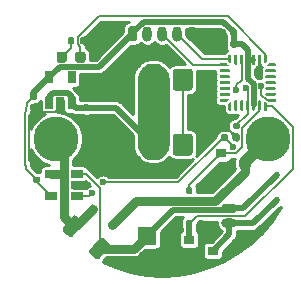
<source format=gtl>
%TF.GenerationSoftware,KiCad,Pcbnew,(5.1.8)-1*%
%TF.CreationDate,2021-07-18T18:57:16+02:00*%
%TF.ProjectId,PX12_Board,50583132-5f42-46f6-9172-642e6b696361,V1.0*%
%TF.SameCoordinates,Original*%
%TF.FileFunction,Copper,L1,Top*%
%TF.FilePolarity,Positive*%
%FSLAX46Y46*%
G04 Gerber Fmt 4.6, Leading zero omitted, Abs format (unit mm)*
G04 Created by KiCad (PCBNEW (5.1.8)-1) date 2021-07-18 18:57:16*
%MOMM*%
%LPD*%
G01*
G04 APERTURE LIST*
%TA.AperFunction,ComponentPad*%
%ADD10O,1.300000X0.800000*%
%TD*%
%TA.AperFunction,SMDPad,CuDef*%
%ADD11R,0.650000X1.060000*%
%TD*%
%TA.AperFunction,ComponentPad*%
%ADD12O,1.700000X1.850000*%
%TD*%
%TA.AperFunction,SMDPad,CuDef*%
%ADD13R,0.900000X0.800000*%
%TD*%
%TA.AperFunction,SMDPad,CuDef*%
%ADD14R,1.060000X0.650000*%
%TD*%
%TA.AperFunction,SMDPad,CuDef*%
%ADD15C,0.100000*%
%TD*%
%TA.AperFunction,ComponentPad*%
%ADD16R,1.600000X1.600000*%
%TD*%
%TA.AperFunction,ComponentPad*%
%ADD17C,1.600000*%
%TD*%
%TA.AperFunction,ComponentPad*%
%ADD18C,3.800000*%
%TD*%
%TA.AperFunction,SMDPad,CuDef*%
%ADD19R,0.450000X0.600000*%
%TD*%
%TA.AperFunction,ComponentPad*%
%ADD20O,0.800000X1.300000*%
%TD*%
%TA.AperFunction,ViaPad*%
%ADD21C,0.600000*%
%TD*%
%TA.AperFunction,Conductor*%
%ADD22C,0.500000*%
%TD*%
%TA.AperFunction,Conductor*%
%ADD23C,0.200000*%
%TD*%
%TA.AperFunction,Conductor*%
%ADD24C,0.600000*%
%TD*%
%TA.AperFunction,Conductor*%
%ADD25C,1.000000*%
%TD*%
%TA.AperFunction,Conductor*%
%ADD26C,0.750000*%
%TD*%
%TA.AperFunction,Conductor*%
%ADD27C,0.254000*%
%TD*%
%TA.AperFunction,Conductor*%
%ADD28C,0.100000*%
%TD*%
G04 APERTURE END LIST*
%TO.P,VALVE1,1*%
%TO.N,VCC*%
%TA.AperFunction,ComponentPad*%
G36*
G01*
X180250000Y-105500000D02*
X181150000Y-105500000D01*
G75*
G02*
X181350000Y-105700000I0J-200000D01*
G01*
X181350000Y-106100000D01*
G75*
G02*
X181150000Y-106300000I-200000J0D01*
G01*
X180250000Y-106300000D01*
G75*
G02*
X180050000Y-106100000I0J200000D01*
G01*
X180050000Y-105700000D01*
G75*
G02*
X180250000Y-105500000I200000J0D01*
G01*
G37*
%TD.AperFunction*%
D10*
%TO.P,VALVE1,2*%
%TO.N,/VALVE_GND*%
X180700000Y-107150000D03*
%TD*%
D11*
%TO.P,U1,5*%
%TO.N,+3V3*%
X165450000Y-94800000D03*
%TO.P,U1,4*%
%TO.N,N/C*%
X167350000Y-94800000D03*
%TO.P,U1,3*%
%TO.N,VCC*%
X167350000Y-97000000D03*
%TO.P,U1,2*%
%TO.N,GND*%
X166400000Y-97000000D03*
%TO.P,U1,1*%
%TO.N,VCC*%
X165450000Y-97000000D03*
%TD*%
D12*
%TO.P,AX12_2,3*%
%TO.N,GND*%
X171750000Y-100500000D03*
%TO.P,AX12_2,2*%
%TO.N,VCC*%
X174250000Y-100500000D03*
%TO.P,AX12_2,1*%
%TO.N,SERIAL*%
%TA.AperFunction,ComponentPad*%
G36*
G01*
X177600000Y-99825000D02*
X177600000Y-101175000D01*
G75*
G02*
X177350000Y-101425000I-250000J0D01*
G01*
X176150000Y-101425000D01*
G75*
G02*
X175900000Y-101175000I0J250000D01*
G01*
X175900000Y-99825000D01*
G75*
G02*
X176150000Y-99575000I250000J0D01*
G01*
X177350000Y-99575000D01*
G75*
G02*
X177600000Y-99825000I0J-250000D01*
G01*
G37*
%TD.AperFunction*%
%TD*%
%TO.P,D3,1*%
%TO.N,Net-(D3-Pad1)*%
%TA.AperFunction,SMDPad,CuDef*%
G36*
G01*
X166075000Y-93356250D02*
X166075000Y-92843750D01*
G75*
G02*
X166293750Y-92625000I218750J0D01*
G01*
X166731250Y-92625000D01*
G75*
G02*
X166950000Y-92843750I0J-218750D01*
G01*
X166950000Y-93356250D01*
G75*
G02*
X166731250Y-93575000I-218750J0D01*
G01*
X166293750Y-93575000D01*
G75*
G02*
X166075000Y-93356250I0J218750D01*
G01*
G37*
%TD.AperFunction*%
%TO.P,D3,2*%
%TO.N,Net-(D3-Pad2)*%
%TA.AperFunction,SMDPad,CuDef*%
G36*
G01*
X167650000Y-93356250D02*
X167650000Y-92843750D01*
G75*
G02*
X167868750Y-92625000I218750J0D01*
G01*
X168306250Y-92625000D01*
G75*
G02*
X168525000Y-92843750I0J-218750D01*
G01*
X168525000Y-93356250D01*
G75*
G02*
X168306250Y-93575000I-218750J0D01*
G01*
X167868750Y-93575000D01*
G75*
G02*
X167650000Y-93356250I0J218750D01*
G01*
G37*
%TD.AperFunction*%
%TD*%
%TO.P,AX12_1,1*%
%TO.N,SERIAL*%
%TA.AperFunction,ComponentPad*%
G36*
G01*
X177600000Y-94325000D02*
X177600000Y-95675000D01*
G75*
G02*
X177350000Y-95925000I-250000J0D01*
G01*
X176150000Y-95925000D01*
G75*
G02*
X175900000Y-95675000I0J250000D01*
G01*
X175900000Y-94325000D01*
G75*
G02*
X176150000Y-94075000I250000J0D01*
G01*
X177350000Y-94075000D01*
G75*
G02*
X177600000Y-94325000I0J-250000D01*
G01*
G37*
%TD.AperFunction*%
%TO.P,AX12_1,2*%
%TO.N,VCC*%
X174250000Y-95000000D03*
%TO.P,AX12_1,3*%
%TO.N,GND*%
X171750000Y-95000000D03*
%TD*%
D13*
%TO.P,Q1,3*%
%TO.N,/PUMP_GND*%
X182000000Y-102200000D03*
%TO.P,Q1,2*%
%TO.N,GND*%
X180000000Y-103150000D03*
%TO.P,Q1,1*%
%TO.N,Pump*%
X180000000Y-101250000D03*
%TD*%
%TO.P,Q2,1*%
%TO.N,Valve*%
X177300000Y-108550000D03*
%TO.P,Q2,2*%
%TO.N,GND*%
X177300000Y-110450000D03*
%TO.P,Q2,3*%
%TO.N,/VALVE_GND*%
X179300000Y-109500000D03*
%TD*%
%TO.P,R2,1*%
%TO.N,VCC*%
%TA.AperFunction,SMDPad,CuDef*%
G36*
G01*
X170532644Y-109182788D02*
X169729156Y-110140348D01*
G75*
G02*
X169376952Y-110171162I-191509J160695D01*
G01*
X168898170Y-109769416D01*
G75*
G02*
X168867356Y-109417212I160695J191509D01*
G01*
X169670844Y-108459652D01*
G75*
G02*
X170023048Y-108428838I191509J-160695D01*
G01*
X170501830Y-108830584D01*
G75*
G02*
X170532644Y-109182788I-160695J-191509D01*
G01*
G37*
%TD.AperFunction*%
%TO.P,R2,2*%
%TO.N,/P-*%
%TA.AperFunction,SMDPad,CuDef*%
G36*
G01*
X168291964Y-107302634D02*
X167488476Y-108260194D01*
G75*
G02*
X167136272Y-108291008I-191509J160695D01*
G01*
X166657490Y-107889262D01*
G75*
G02*
X166626676Y-107537058I160695J191509D01*
G01*
X167430164Y-106579498D01*
G75*
G02*
X167782368Y-106548684I191509J-160695D01*
G01*
X168261150Y-106950430D01*
G75*
G02*
X168291964Y-107302634I-160695J-191509D01*
G01*
G37*
%TD.AperFunction*%
%TD*%
D14*
%TO.P,U2,1*%
%TO.N,Va*%
X167800000Y-104850000D03*
%TO.P,U2,2*%
%TO.N,GND*%
X167800000Y-103900000D03*
%TO.P,U2,3*%
%TO.N,VCC*%
X167800000Y-102950000D03*
%TO.P,U2,4*%
%TO.N,/P-*%
X165600000Y-102950000D03*
%TO.P,U2,5*%
%TO.N,+3V3*%
X165600000Y-104850000D03*
%TD*%
%TA.AperFunction,SMDPad,CuDef*%
D15*
%TO.P,U3,1*%
%TO.N,N/C*%
G36*
X180625865Y-97039861D02*
G01*
X180628425Y-97031419D01*
X180632584Y-97023639D01*
X180638180Y-97016820D01*
X180771820Y-96883180D01*
X180778639Y-96877584D01*
X180786419Y-96873425D01*
X180794861Y-96870865D01*
X180803640Y-96870000D01*
X180830000Y-96870000D01*
X180838779Y-96870865D01*
X180847221Y-96873425D01*
X180855001Y-96877584D01*
X180861820Y-96883180D01*
X180867416Y-96889999D01*
X180871575Y-96897779D01*
X180874135Y-96906221D01*
X180875000Y-96915000D01*
X180875000Y-97580000D01*
X180874135Y-97588779D01*
X180871575Y-97597221D01*
X180867416Y-97605001D01*
X180861820Y-97611820D01*
X180855001Y-97617416D01*
X180847221Y-97621575D01*
X180838779Y-97624135D01*
X180830000Y-97625000D01*
X180670000Y-97625000D01*
X180661221Y-97624135D01*
X180652779Y-97621575D01*
X180644999Y-97617416D01*
X180638180Y-97611820D01*
X180632584Y-97605001D01*
X180628425Y-97597221D01*
X180625865Y-97588779D01*
X180625000Y-97580000D01*
X180625000Y-97048640D01*
X180625865Y-97039861D01*
G37*
%TD.AperFunction*%
%TO.P,U3,2*%
%TA.AperFunction,SMDPad,CuDef*%
G36*
G01*
X181312500Y-97625000D02*
X181187500Y-97625000D01*
G75*
G02*
X181125000Y-97562500I0J62500D01*
G01*
X181125000Y-96812500D01*
G75*
G02*
X181187500Y-96750000I62500J0D01*
G01*
X181312500Y-96750000D01*
G75*
G02*
X181375000Y-96812500I0J-62500D01*
G01*
X181375000Y-97562500D01*
G75*
G02*
X181312500Y-97625000I-62500J0D01*
G01*
G37*
%TD.AperFunction*%
%TO.P,U3,3*%
%TA.AperFunction,SMDPad,CuDef*%
G36*
G01*
X181812500Y-97625000D02*
X181687500Y-97625000D01*
G75*
G02*
X181625000Y-97562500I0J62500D01*
G01*
X181625000Y-96812500D01*
G75*
G02*
X181687500Y-96750000I62500J0D01*
G01*
X181812500Y-96750000D01*
G75*
G02*
X181875000Y-96812500I0J-62500D01*
G01*
X181875000Y-97562500D01*
G75*
G02*
X181812500Y-97625000I-62500J0D01*
G01*
G37*
%TD.AperFunction*%
%TO.P,U3,4*%
%TO.N,RST*%
%TA.AperFunction,SMDPad,CuDef*%
G36*
G01*
X182312500Y-97625000D02*
X182187500Y-97625000D01*
G75*
G02*
X182125000Y-97562500I0J62500D01*
G01*
X182125000Y-96812500D01*
G75*
G02*
X182187500Y-96750000I62500J0D01*
G01*
X182312500Y-96750000D01*
G75*
G02*
X182375000Y-96812500I0J-62500D01*
G01*
X182375000Y-97562500D01*
G75*
G02*
X182312500Y-97625000I-62500J0D01*
G01*
G37*
%TD.AperFunction*%
%TO.P,U3,5*%
%TO.N,+3V3*%
%TA.AperFunction,SMDPad,CuDef*%
G36*
G01*
X182812500Y-97625000D02*
X182687500Y-97625000D01*
G75*
G02*
X182625000Y-97562500I0J62500D01*
G01*
X182625000Y-96812500D01*
G75*
G02*
X182687500Y-96750000I62500J0D01*
G01*
X182812500Y-96750000D01*
G75*
G02*
X182875000Y-96812500I0J-62500D01*
G01*
X182875000Y-97562500D01*
G75*
G02*
X182812500Y-97625000I-62500J0D01*
G01*
G37*
%TD.AperFunction*%
%TO.P,U3,6*%
%TO.N,Pump*%
%TA.AperFunction,SMDPad,CuDef*%
G36*
G01*
X183312500Y-97625000D02*
X183187500Y-97625000D01*
G75*
G02*
X183125000Y-97562500I0J62500D01*
G01*
X183125000Y-96812500D01*
G75*
G02*
X183187500Y-96750000I62500J0D01*
G01*
X183312500Y-96750000D01*
G75*
G02*
X183375000Y-96812500I0J-62500D01*
G01*
X183375000Y-97562500D01*
G75*
G02*
X183312500Y-97625000I-62500J0D01*
G01*
G37*
%TD.AperFunction*%
%TA.AperFunction,SMDPad,CuDef*%
%TO.P,U3,7*%
%TO.N,Valve*%
G36*
X183625865Y-96906221D02*
G01*
X183628425Y-96897779D01*
X183632584Y-96889999D01*
X183638180Y-96883180D01*
X183644999Y-96877584D01*
X183652779Y-96873425D01*
X183661221Y-96870865D01*
X183670000Y-96870000D01*
X183696360Y-96870000D01*
X183705139Y-96870865D01*
X183713581Y-96873425D01*
X183721361Y-96877584D01*
X183728180Y-96883180D01*
X183861820Y-97016820D01*
X183867416Y-97023639D01*
X183871575Y-97031419D01*
X183874135Y-97039861D01*
X183875000Y-97048640D01*
X183875000Y-97580000D01*
X183874135Y-97588779D01*
X183871575Y-97597221D01*
X183867416Y-97605001D01*
X183861820Y-97611820D01*
X183855001Y-97617416D01*
X183847221Y-97621575D01*
X183838779Y-97624135D01*
X183830000Y-97625000D01*
X183670000Y-97625000D01*
X183661221Y-97624135D01*
X183652779Y-97621575D01*
X183644999Y-97617416D01*
X183638180Y-97611820D01*
X183632584Y-97605001D01*
X183628425Y-97597221D01*
X183625865Y-97588779D01*
X183625000Y-97580000D01*
X183625000Y-96915000D01*
X183625865Y-96906221D01*
G37*
%TD.AperFunction*%
%TA.AperFunction,SMDPad,CuDef*%
%TO.P,U3,8*%
%TO.N,Va*%
G36*
X183870865Y-96661221D02*
G01*
X183873425Y-96652779D01*
X183877584Y-96644999D01*
X183883180Y-96638180D01*
X183889999Y-96632584D01*
X183897779Y-96628425D01*
X183906221Y-96625865D01*
X183915000Y-96625000D01*
X184580000Y-96625000D01*
X184588779Y-96625865D01*
X184597221Y-96628425D01*
X184605001Y-96632584D01*
X184611820Y-96638180D01*
X184617416Y-96644999D01*
X184621575Y-96652779D01*
X184624135Y-96661221D01*
X184625000Y-96670000D01*
X184625000Y-96830000D01*
X184624135Y-96838779D01*
X184621575Y-96847221D01*
X184617416Y-96855001D01*
X184611820Y-96861820D01*
X184605001Y-96867416D01*
X184597221Y-96871575D01*
X184588779Y-96874135D01*
X184580000Y-96875000D01*
X184048640Y-96875000D01*
X184039861Y-96874135D01*
X184031419Y-96871575D01*
X184023639Y-96867416D01*
X184016820Y-96861820D01*
X183883180Y-96728180D01*
X183877584Y-96721361D01*
X183873425Y-96713581D01*
X183870865Y-96705139D01*
X183870000Y-96696360D01*
X183870000Y-96670000D01*
X183870865Y-96661221D01*
G37*
%TD.AperFunction*%
%TO.P,U3,9*%
%TO.N,N/C*%
%TA.AperFunction,SMDPad,CuDef*%
G36*
G01*
X184562500Y-96375000D02*
X183812500Y-96375000D01*
G75*
G02*
X183750000Y-96312500I0J62500D01*
G01*
X183750000Y-96187500D01*
G75*
G02*
X183812500Y-96125000I62500J0D01*
G01*
X184562500Y-96125000D01*
G75*
G02*
X184625000Y-96187500I0J-62500D01*
G01*
X184625000Y-96312500D01*
G75*
G02*
X184562500Y-96375000I-62500J0D01*
G01*
G37*
%TD.AperFunction*%
%TO.P,U3,10*%
%TA.AperFunction,SMDPad,CuDef*%
G36*
G01*
X184562500Y-95875000D02*
X183812500Y-95875000D01*
G75*
G02*
X183750000Y-95812500I0J62500D01*
G01*
X183750000Y-95687500D01*
G75*
G02*
X183812500Y-95625000I62500J0D01*
G01*
X184562500Y-95625000D01*
G75*
G02*
X184625000Y-95687500I0J-62500D01*
G01*
X184625000Y-95812500D01*
G75*
G02*
X184562500Y-95875000I-62500J0D01*
G01*
G37*
%TD.AperFunction*%
%TO.P,U3,11*%
%TA.AperFunction,SMDPad,CuDef*%
G36*
G01*
X184562500Y-95375000D02*
X183812500Y-95375000D01*
G75*
G02*
X183750000Y-95312500I0J62500D01*
G01*
X183750000Y-95187500D01*
G75*
G02*
X183812500Y-95125000I62500J0D01*
G01*
X184562500Y-95125000D01*
G75*
G02*
X184625000Y-95187500I0J-62500D01*
G01*
X184625000Y-95312500D01*
G75*
G02*
X184562500Y-95375000I-62500J0D01*
G01*
G37*
%TD.AperFunction*%
%TO.P,U3,12*%
%TA.AperFunction,SMDPad,CuDef*%
G36*
G01*
X184562500Y-94875000D02*
X183812500Y-94875000D01*
G75*
G02*
X183750000Y-94812500I0J62500D01*
G01*
X183750000Y-94687500D01*
G75*
G02*
X183812500Y-94625000I62500J0D01*
G01*
X184562500Y-94625000D01*
G75*
G02*
X184625000Y-94687500I0J-62500D01*
G01*
X184625000Y-94812500D01*
G75*
G02*
X184562500Y-94875000I-62500J0D01*
G01*
G37*
%TD.AperFunction*%
%TO.P,U3,13*%
%TA.AperFunction,SMDPad,CuDef*%
G36*
G01*
X184562500Y-94375000D02*
X183812500Y-94375000D01*
G75*
G02*
X183750000Y-94312500I0J62500D01*
G01*
X183750000Y-94187500D01*
G75*
G02*
X183812500Y-94125000I62500J0D01*
G01*
X184562500Y-94125000D01*
G75*
G02*
X184625000Y-94187500I0J-62500D01*
G01*
X184625000Y-94312500D01*
G75*
G02*
X184562500Y-94375000I-62500J0D01*
G01*
G37*
%TD.AperFunction*%
%TA.AperFunction,SMDPad,CuDef*%
%TO.P,U3,14*%
G36*
X183870865Y-93794861D02*
G01*
X183873425Y-93786419D01*
X183877584Y-93778639D01*
X183883180Y-93771820D01*
X184016820Y-93638180D01*
X184023639Y-93632584D01*
X184031419Y-93628425D01*
X184039861Y-93625865D01*
X184048640Y-93625000D01*
X184580000Y-93625000D01*
X184588779Y-93625865D01*
X184597221Y-93628425D01*
X184605001Y-93632584D01*
X184611820Y-93638180D01*
X184617416Y-93644999D01*
X184621575Y-93652779D01*
X184624135Y-93661221D01*
X184625000Y-93670000D01*
X184625000Y-93830000D01*
X184624135Y-93838779D01*
X184621575Y-93847221D01*
X184617416Y-93855001D01*
X184611820Y-93861820D01*
X184605001Y-93867416D01*
X184597221Y-93871575D01*
X184588779Y-93874135D01*
X184580000Y-93875000D01*
X183915000Y-93875000D01*
X183906221Y-93874135D01*
X183897779Y-93871575D01*
X183889999Y-93867416D01*
X183883180Y-93861820D01*
X183877584Y-93855001D01*
X183873425Y-93847221D01*
X183870865Y-93838779D01*
X183870000Y-93830000D01*
X183870000Y-93803640D01*
X183870865Y-93794861D01*
G37*
%TD.AperFunction*%
%TA.AperFunction,SMDPad,CuDef*%
%TO.P,U3,15*%
%TO.N,Net-(D3-Pad2)*%
G36*
X183625865Y-92911221D02*
G01*
X183628425Y-92902779D01*
X183632584Y-92894999D01*
X183638180Y-92888180D01*
X183644999Y-92882584D01*
X183652779Y-92878425D01*
X183661221Y-92875865D01*
X183670000Y-92875000D01*
X183830000Y-92875000D01*
X183838779Y-92875865D01*
X183847221Y-92878425D01*
X183855001Y-92882584D01*
X183861820Y-92888180D01*
X183867416Y-92894999D01*
X183871575Y-92902779D01*
X183874135Y-92911221D01*
X183875000Y-92920000D01*
X183875000Y-93451360D01*
X183874135Y-93460139D01*
X183871575Y-93468581D01*
X183867416Y-93476361D01*
X183861820Y-93483180D01*
X183728180Y-93616820D01*
X183721361Y-93622416D01*
X183713581Y-93626575D01*
X183705139Y-93629135D01*
X183696360Y-93630000D01*
X183670000Y-93630000D01*
X183661221Y-93629135D01*
X183652779Y-93626575D01*
X183644999Y-93622416D01*
X183638180Y-93616820D01*
X183632584Y-93610001D01*
X183628425Y-93602221D01*
X183625865Y-93593779D01*
X183625000Y-93585000D01*
X183625000Y-92920000D01*
X183625865Y-92911221D01*
G37*
%TD.AperFunction*%
%TO.P,U3,16*%
%TO.N,GND*%
%TA.AperFunction,SMDPad,CuDef*%
G36*
G01*
X183312500Y-93750000D02*
X183187500Y-93750000D01*
G75*
G02*
X183125000Y-93687500I0J62500D01*
G01*
X183125000Y-92937500D01*
G75*
G02*
X183187500Y-92875000I62500J0D01*
G01*
X183312500Y-92875000D01*
G75*
G02*
X183375000Y-92937500I0J-62500D01*
G01*
X183375000Y-93687500D01*
G75*
G02*
X183312500Y-93750000I-62500J0D01*
G01*
G37*
%TD.AperFunction*%
%TO.P,U3,17*%
%TO.N,+3V3*%
%TA.AperFunction,SMDPad,CuDef*%
G36*
G01*
X182812500Y-93750000D02*
X182687500Y-93750000D01*
G75*
G02*
X182625000Y-93687500I0J62500D01*
G01*
X182625000Y-92937500D01*
G75*
G02*
X182687500Y-92875000I62500J0D01*
G01*
X182812500Y-92875000D01*
G75*
G02*
X182875000Y-92937500I0J-62500D01*
G01*
X182875000Y-93687500D01*
G75*
G02*
X182812500Y-93750000I-62500J0D01*
G01*
G37*
%TD.AperFunction*%
%TO.P,U3,18*%
%TA.AperFunction,SMDPad,CuDef*%
G36*
G01*
X182312500Y-93750000D02*
X182187500Y-93750000D01*
G75*
G02*
X182125000Y-93687500I0J62500D01*
G01*
X182125000Y-92937500D01*
G75*
G02*
X182187500Y-92875000I62500J0D01*
G01*
X182312500Y-92875000D01*
G75*
G02*
X182375000Y-92937500I0J-62500D01*
G01*
X182375000Y-93687500D01*
G75*
G02*
X182312500Y-93750000I-62500J0D01*
G01*
G37*
%TD.AperFunction*%
%TO.P,U3,19*%
%TO.N,SERIAL*%
%TA.AperFunction,SMDPad,CuDef*%
G36*
G01*
X181812500Y-93750000D02*
X181687500Y-93750000D01*
G75*
G02*
X181625000Y-93687500I0J62500D01*
G01*
X181625000Y-92937500D01*
G75*
G02*
X181687500Y-92875000I62500J0D01*
G01*
X181812500Y-92875000D01*
G75*
G02*
X181875000Y-92937500I0J-62500D01*
G01*
X181875000Y-93687500D01*
G75*
G02*
X181812500Y-93750000I-62500J0D01*
G01*
G37*
%TD.AperFunction*%
%TO.P,U3,20*%
%TO.N,N/C*%
%TA.AperFunction,SMDPad,CuDef*%
G36*
G01*
X181312500Y-93750000D02*
X181187500Y-93750000D01*
G75*
G02*
X181125000Y-93687500I0J62500D01*
G01*
X181125000Y-92937500D01*
G75*
G02*
X181187500Y-92875000I62500J0D01*
G01*
X181312500Y-92875000D01*
G75*
G02*
X181375000Y-92937500I0J-62500D01*
G01*
X181375000Y-93687500D01*
G75*
G02*
X181312500Y-93750000I-62500J0D01*
G01*
G37*
%TD.AperFunction*%
%TA.AperFunction,SMDPad,CuDef*%
%TO.P,U3,21*%
%TO.N,SWDIO*%
G36*
X180625865Y-92911221D02*
G01*
X180628425Y-92902779D01*
X180632584Y-92894999D01*
X180638180Y-92888180D01*
X180644999Y-92882584D01*
X180652779Y-92878425D01*
X180661221Y-92875865D01*
X180670000Y-92875000D01*
X180830000Y-92875000D01*
X180838779Y-92875865D01*
X180847221Y-92878425D01*
X180855001Y-92882584D01*
X180861820Y-92888180D01*
X180867416Y-92894999D01*
X180871575Y-92902779D01*
X180874135Y-92911221D01*
X180875000Y-92920000D01*
X180875000Y-93585000D01*
X180874135Y-93593779D01*
X180871575Y-93602221D01*
X180867416Y-93610001D01*
X180861820Y-93616820D01*
X180855001Y-93622416D01*
X180847221Y-93626575D01*
X180838779Y-93629135D01*
X180830000Y-93630000D01*
X180803640Y-93630000D01*
X180794861Y-93629135D01*
X180786419Y-93626575D01*
X180778639Y-93622416D01*
X180771820Y-93616820D01*
X180638180Y-93483180D01*
X180632584Y-93476361D01*
X180628425Y-93468581D01*
X180625865Y-93460139D01*
X180625000Y-93451360D01*
X180625000Y-92920000D01*
X180625865Y-92911221D01*
G37*
%TD.AperFunction*%
%TA.AperFunction,SMDPad,CuDef*%
%TO.P,U3,22*%
%TO.N,SWCLK*%
G36*
X179875865Y-93661221D02*
G01*
X179878425Y-93652779D01*
X179882584Y-93644999D01*
X179888180Y-93638180D01*
X179894999Y-93632584D01*
X179902779Y-93628425D01*
X179911221Y-93625865D01*
X179920000Y-93625000D01*
X180451360Y-93625000D01*
X180460139Y-93625865D01*
X180468581Y-93628425D01*
X180476361Y-93632584D01*
X180483180Y-93638180D01*
X180616820Y-93771820D01*
X180622416Y-93778639D01*
X180626575Y-93786419D01*
X180629135Y-93794861D01*
X180630000Y-93803640D01*
X180630000Y-93830000D01*
X180629135Y-93838779D01*
X180626575Y-93847221D01*
X180622416Y-93855001D01*
X180616820Y-93861820D01*
X180610001Y-93867416D01*
X180602221Y-93871575D01*
X180593779Y-93874135D01*
X180585000Y-93875000D01*
X179920000Y-93875000D01*
X179911221Y-93874135D01*
X179902779Y-93871575D01*
X179894999Y-93867416D01*
X179888180Y-93861820D01*
X179882584Y-93855001D01*
X179878425Y-93847221D01*
X179875865Y-93838779D01*
X179875000Y-93830000D01*
X179875000Y-93670000D01*
X179875865Y-93661221D01*
G37*
%TD.AperFunction*%
%TO.P,U3,23*%
%TO.N,N/C*%
%TA.AperFunction,SMDPad,CuDef*%
G36*
G01*
X180687500Y-94375000D02*
X179937500Y-94375000D01*
G75*
G02*
X179875000Y-94312500I0J62500D01*
G01*
X179875000Y-94187500D01*
G75*
G02*
X179937500Y-94125000I62500J0D01*
G01*
X180687500Y-94125000D01*
G75*
G02*
X180750000Y-94187500I0J-62500D01*
G01*
X180750000Y-94312500D01*
G75*
G02*
X180687500Y-94375000I-62500J0D01*
G01*
G37*
%TD.AperFunction*%
%TO.P,U3,24*%
%TA.AperFunction,SMDPad,CuDef*%
G36*
G01*
X180687500Y-94875000D02*
X179937500Y-94875000D01*
G75*
G02*
X179875000Y-94812500I0J62500D01*
G01*
X179875000Y-94687500D01*
G75*
G02*
X179937500Y-94625000I62500J0D01*
G01*
X180687500Y-94625000D01*
G75*
G02*
X180750000Y-94687500I0J-62500D01*
G01*
X180750000Y-94812500D01*
G75*
G02*
X180687500Y-94875000I-62500J0D01*
G01*
G37*
%TD.AperFunction*%
%TO.P,U3,25*%
%TA.AperFunction,SMDPad,CuDef*%
G36*
G01*
X180687500Y-95375000D02*
X179937500Y-95375000D01*
G75*
G02*
X179875000Y-95312500I0J62500D01*
G01*
X179875000Y-95187500D01*
G75*
G02*
X179937500Y-95125000I62500J0D01*
G01*
X180687500Y-95125000D01*
G75*
G02*
X180750000Y-95187500I0J-62500D01*
G01*
X180750000Y-95312500D01*
G75*
G02*
X180687500Y-95375000I-62500J0D01*
G01*
G37*
%TD.AperFunction*%
%TO.P,U3,26*%
%TA.AperFunction,SMDPad,CuDef*%
G36*
G01*
X180687500Y-95875000D02*
X179937500Y-95875000D01*
G75*
G02*
X179875000Y-95812500I0J62500D01*
G01*
X179875000Y-95687500D01*
G75*
G02*
X179937500Y-95625000I62500J0D01*
G01*
X180687500Y-95625000D01*
G75*
G02*
X180750000Y-95687500I0J-62500D01*
G01*
X180750000Y-95812500D01*
G75*
G02*
X180687500Y-95875000I-62500J0D01*
G01*
G37*
%TD.AperFunction*%
%TO.P,U3,27*%
%TA.AperFunction,SMDPad,CuDef*%
G36*
G01*
X180687500Y-96375000D02*
X179937500Y-96375000D01*
G75*
G02*
X179875000Y-96312500I0J62500D01*
G01*
X179875000Y-96187500D01*
G75*
G02*
X179937500Y-96125000I62500J0D01*
G01*
X180687500Y-96125000D01*
G75*
G02*
X180750000Y-96187500I0J-62500D01*
G01*
X180750000Y-96312500D01*
G75*
G02*
X180687500Y-96375000I-62500J0D01*
G01*
G37*
%TD.AperFunction*%
%TA.AperFunction,SMDPad,CuDef*%
%TO.P,U3,28*%
G36*
X179875865Y-96661221D02*
G01*
X179878425Y-96652779D01*
X179882584Y-96644999D01*
X179888180Y-96638180D01*
X179894999Y-96632584D01*
X179902779Y-96628425D01*
X179911221Y-96625865D01*
X179920000Y-96625000D01*
X180585000Y-96625000D01*
X180593779Y-96625865D01*
X180602221Y-96628425D01*
X180610001Y-96632584D01*
X180616820Y-96638180D01*
X180622416Y-96644999D01*
X180626575Y-96652779D01*
X180629135Y-96661221D01*
X180630000Y-96670000D01*
X180630000Y-96696360D01*
X180629135Y-96705139D01*
X180626575Y-96713581D01*
X180622416Y-96721361D01*
X180616820Y-96728180D01*
X180483180Y-96861820D01*
X180476361Y-96867416D01*
X180468581Y-96871575D01*
X180460139Y-96874135D01*
X180451360Y-96875000D01*
X179920000Y-96875000D01*
X179911221Y-96874135D01*
X179902779Y-96871575D01*
X179894999Y-96867416D01*
X179888180Y-96861820D01*
X179882584Y-96855001D01*
X179878425Y-96847221D01*
X179875865Y-96838779D01*
X179875000Y-96830000D01*
X179875000Y-96670000D01*
X179875865Y-96661221D01*
G37*
%TD.AperFunction*%
%TD*%
D16*
%TO.P,C4,1*%
%TO.N,VCC*%
X173700000Y-108200000D03*
D17*
%TO.P,C4,2*%
%TO.N,GND*%
X173700000Y-110200000D03*
%TD*%
D18*
%TO.P,PGND,1*%
%TO.N,/PUMP_GND*%
X184000000Y-100000000D03*
%TD*%
%TO.P,PVCC,1*%
%TO.N,/P-*%
X166000000Y-100000000D03*
%TD*%
%TO.P,C1,2*%
%TO.N,GND*%
%TA.AperFunction,SMDPad,CuDef*%
G36*
G01*
X180380000Y-90830000D02*
X180380000Y-91170000D01*
G75*
G02*
X180240000Y-91310000I-140000J0D01*
G01*
X179960000Y-91310000D01*
G75*
G02*
X179820000Y-91170000I0J140000D01*
G01*
X179820000Y-90830000D01*
G75*
G02*
X179960000Y-90690000I140000J0D01*
G01*
X180240000Y-90690000D01*
G75*
G02*
X180380000Y-90830000I0J-140000D01*
G01*
G37*
%TD.AperFunction*%
%TO.P,C1,1*%
%TO.N,+3V3*%
%TA.AperFunction,SMDPad,CuDef*%
G36*
G01*
X181340000Y-90830000D02*
X181340000Y-91170000D01*
G75*
G02*
X181200000Y-91310000I-140000J0D01*
G01*
X180920000Y-91310000D01*
G75*
G02*
X180780000Y-91170000I0J140000D01*
G01*
X180780000Y-90830000D01*
G75*
G02*
X180920000Y-90690000I140000J0D01*
G01*
X181200000Y-90690000D01*
G75*
G02*
X181340000Y-90830000I0J-140000D01*
G01*
G37*
%TD.AperFunction*%
%TD*%
%TO.P,C2,1*%
%TO.N,+3V3*%
%TA.AperFunction,SMDPad,CuDef*%
G36*
G01*
X164570000Y-103760000D02*
X164230000Y-103760000D01*
G75*
G02*
X164090000Y-103620000I0J140000D01*
G01*
X164090000Y-103340000D01*
G75*
G02*
X164230000Y-103200000I140000J0D01*
G01*
X164570000Y-103200000D01*
G75*
G02*
X164710000Y-103340000I0J-140000D01*
G01*
X164710000Y-103620000D01*
G75*
G02*
X164570000Y-103760000I-140000J0D01*
G01*
G37*
%TD.AperFunction*%
%TO.P,C2,2*%
%TO.N,GND*%
%TA.AperFunction,SMDPad,CuDef*%
G36*
G01*
X164570000Y-102800000D02*
X164230000Y-102800000D01*
G75*
G02*
X164090000Y-102660000I0J140000D01*
G01*
X164090000Y-102380000D01*
G75*
G02*
X164230000Y-102240000I140000J0D01*
G01*
X164570000Y-102240000D01*
G75*
G02*
X164710000Y-102380000I0J-140000D01*
G01*
X164710000Y-102660000D01*
G75*
G02*
X164570000Y-102800000I-140000J0D01*
G01*
G37*
%TD.AperFunction*%
%TD*%
%TO.P,C3,2*%
%TO.N,GND*%
%TA.AperFunction,SMDPad,CuDef*%
G36*
G01*
X180380000Y-91830000D02*
X180380000Y-92170000D01*
G75*
G02*
X180240000Y-92310000I-140000J0D01*
G01*
X179960000Y-92310000D01*
G75*
G02*
X179820000Y-92170000I0J140000D01*
G01*
X179820000Y-91830000D01*
G75*
G02*
X179960000Y-91690000I140000J0D01*
G01*
X180240000Y-91690000D01*
G75*
G02*
X180380000Y-91830000I0J-140000D01*
G01*
G37*
%TD.AperFunction*%
%TO.P,C3,1*%
%TO.N,+3V3*%
%TA.AperFunction,SMDPad,CuDef*%
G36*
G01*
X181340000Y-91830000D02*
X181340000Y-92170000D01*
G75*
G02*
X181200000Y-92310000I-140000J0D01*
G01*
X180920000Y-92310000D01*
G75*
G02*
X180780000Y-92170000I0J140000D01*
G01*
X180780000Y-91830000D01*
G75*
G02*
X180920000Y-91690000I140000J0D01*
G01*
X181200000Y-91690000D01*
G75*
G02*
X181340000Y-91830000I0J-140000D01*
G01*
G37*
%TD.AperFunction*%
%TD*%
%TO.P,C5,1*%
%TO.N,VCC*%
%TA.AperFunction,SMDPad,CuDef*%
G36*
G01*
X168770000Y-97660000D02*
X168430000Y-97660000D01*
G75*
G02*
X168290000Y-97520000I0J140000D01*
G01*
X168290000Y-97240000D01*
G75*
G02*
X168430000Y-97100000I140000J0D01*
G01*
X168770000Y-97100000D01*
G75*
G02*
X168910000Y-97240000I0J-140000D01*
G01*
X168910000Y-97520000D01*
G75*
G02*
X168770000Y-97660000I-140000J0D01*
G01*
G37*
%TD.AperFunction*%
%TO.P,C5,2*%
%TO.N,GND*%
%TA.AperFunction,SMDPad,CuDef*%
G36*
G01*
X168770000Y-96700000D02*
X168430000Y-96700000D01*
G75*
G02*
X168290000Y-96560000I0J140000D01*
G01*
X168290000Y-96280000D01*
G75*
G02*
X168430000Y-96140000I140000J0D01*
G01*
X168770000Y-96140000D01*
G75*
G02*
X168910000Y-96280000I0J-140000D01*
G01*
X168910000Y-96560000D01*
G75*
G02*
X168770000Y-96700000I-140000J0D01*
G01*
G37*
%TD.AperFunction*%
%TD*%
%TO.P,C6,2*%
%TO.N,GND*%
%TA.AperFunction,SMDPad,CuDef*%
G36*
G01*
X163930000Y-97100000D02*
X164270000Y-97100000D01*
G75*
G02*
X164410000Y-97240000I0J-140000D01*
G01*
X164410000Y-97520000D01*
G75*
G02*
X164270000Y-97660000I-140000J0D01*
G01*
X163930000Y-97660000D01*
G75*
G02*
X163790000Y-97520000I0J140000D01*
G01*
X163790000Y-97240000D01*
G75*
G02*
X163930000Y-97100000I140000J0D01*
G01*
G37*
%TD.AperFunction*%
%TO.P,C6,1*%
%TO.N,+3V3*%
%TA.AperFunction,SMDPad,CuDef*%
G36*
G01*
X163930000Y-96140000D02*
X164270000Y-96140000D01*
G75*
G02*
X164410000Y-96280000I0J-140000D01*
G01*
X164410000Y-96560000D01*
G75*
G02*
X164270000Y-96700000I-140000J0D01*
G01*
X163930000Y-96700000D01*
G75*
G02*
X163790000Y-96560000I0J140000D01*
G01*
X163790000Y-96280000D01*
G75*
G02*
X163930000Y-96140000I140000J0D01*
G01*
G37*
%TD.AperFunction*%
%TD*%
%TO.P,C7,1*%
%TO.N,RST*%
%TA.AperFunction,SMDPad,CuDef*%
G36*
G01*
X181130000Y-98640000D02*
X181470000Y-98640000D01*
G75*
G02*
X181610000Y-98780000I0J-140000D01*
G01*
X181610000Y-99060000D01*
G75*
G02*
X181470000Y-99200000I-140000J0D01*
G01*
X181130000Y-99200000D01*
G75*
G02*
X180990000Y-99060000I0J140000D01*
G01*
X180990000Y-98780000D01*
G75*
G02*
X181130000Y-98640000I140000J0D01*
G01*
G37*
%TD.AperFunction*%
%TO.P,C7,2*%
%TO.N,GND*%
%TA.AperFunction,SMDPad,CuDef*%
G36*
G01*
X181130000Y-99600000D02*
X181470000Y-99600000D01*
G75*
G02*
X181610000Y-99740000I0J-140000D01*
G01*
X181610000Y-100020000D01*
G75*
G02*
X181470000Y-100160000I-140000J0D01*
G01*
X181130000Y-100160000D01*
G75*
G02*
X180990000Y-100020000I0J140000D01*
G01*
X180990000Y-99740000D01*
G75*
G02*
X181130000Y-99600000I140000J0D01*
G01*
G37*
%TD.AperFunction*%
%TD*%
%TA.AperFunction,SMDPad,CuDef*%
D15*
%TO.P,D1,1*%
%TO.N,/P-*%
G36*
X168821212Y-105904597D02*
G01*
X169110467Y-105559877D01*
X169570094Y-105945549D01*
X169280839Y-106290269D01*
X168821212Y-105904597D01*
G37*
%TD.AperFunction*%
%TA.AperFunction,SMDPad,CuDef*%
%TO.P,D1,2*%
%TO.N,/PUMP_GND*%
G36*
X170429906Y-107254451D02*
G01*
X170719161Y-106909731D01*
X171178788Y-107295403D01*
X170889533Y-107640123D01*
X170429906Y-107254451D01*
G37*
%TD.AperFunction*%
%TD*%
D19*
%TO.P,D2,2*%
%TO.N,/VALVE_GND*%
X184700000Y-105150000D03*
%TO.P,D2,1*%
%TO.N,VCC*%
X184700000Y-103050000D03*
%TD*%
%TO.P,R1,2*%
%TO.N,GND*%
%TA.AperFunction,SMDPad,CuDef*%
G36*
G01*
X178040000Y-104585000D02*
X178040000Y-104215000D01*
G75*
G02*
X178175000Y-104080000I135000J0D01*
G01*
X178445000Y-104080000D01*
G75*
G02*
X178580000Y-104215000I0J-135000D01*
G01*
X178580000Y-104585000D01*
G75*
G02*
X178445000Y-104720000I-135000J0D01*
G01*
X178175000Y-104720000D01*
G75*
G02*
X178040000Y-104585000I0J135000D01*
G01*
G37*
%TD.AperFunction*%
%TO.P,R1,1*%
%TO.N,Pump*%
%TA.AperFunction,SMDPad,CuDef*%
G36*
G01*
X177020000Y-104585000D02*
X177020000Y-104215000D01*
G75*
G02*
X177155000Y-104080000I135000J0D01*
G01*
X177425000Y-104080000D01*
G75*
G02*
X177560000Y-104215000I0J-135000D01*
G01*
X177560000Y-104585000D01*
G75*
G02*
X177425000Y-104720000I-135000J0D01*
G01*
X177155000Y-104720000D01*
G75*
G02*
X177020000Y-104585000I0J135000D01*
G01*
G37*
%TD.AperFunction*%
%TD*%
%TO.P,R3,1*%
%TO.N,Valve*%
%TA.AperFunction,SMDPad,CuDef*%
G36*
G01*
X177020000Y-107385000D02*
X177020000Y-107015000D01*
G75*
G02*
X177155000Y-106880000I135000J0D01*
G01*
X177425000Y-106880000D01*
G75*
G02*
X177560000Y-107015000I0J-135000D01*
G01*
X177560000Y-107385000D01*
G75*
G02*
X177425000Y-107520000I-135000J0D01*
G01*
X177155000Y-107520000D01*
G75*
G02*
X177020000Y-107385000I0J135000D01*
G01*
G37*
%TD.AperFunction*%
%TO.P,R3,2*%
%TO.N,GND*%
%TA.AperFunction,SMDPad,CuDef*%
G36*
G01*
X178040000Y-107385000D02*
X178040000Y-107015000D01*
G75*
G02*
X178175000Y-106880000I135000J0D01*
G01*
X178445000Y-106880000D01*
G75*
G02*
X178580000Y-107015000I0J-135000D01*
G01*
X178580000Y-107385000D01*
G75*
G02*
X178445000Y-107520000I-135000J0D01*
G01*
X178175000Y-107520000D01*
G75*
G02*
X178040000Y-107385000I0J135000D01*
G01*
G37*
%TD.AperFunction*%
%TD*%
%TO.P,R4,1*%
%TO.N,Net-(D3-Pad1)*%
%TA.AperFunction,SMDPad,CuDef*%
G36*
G01*
X167020000Y-91885000D02*
X167020000Y-91515000D01*
G75*
G02*
X167155000Y-91380000I135000J0D01*
G01*
X167425000Y-91380000D01*
G75*
G02*
X167560000Y-91515000I0J-135000D01*
G01*
X167560000Y-91885000D01*
G75*
G02*
X167425000Y-92020000I-135000J0D01*
G01*
X167155000Y-92020000D01*
G75*
G02*
X167020000Y-91885000I0J135000D01*
G01*
G37*
%TD.AperFunction*%
%TO.P,R4,2*%
%TO.N,GND*%
%TA.AperFunction,SMDPad,CuDef*%
G36*
G01*
X168040000Y-91885000D02*
X168040000Y-91515000D01*
G75*
G02*
X168175000Y-91380000I135000J0D01*
G01*
X168445000Y-91380000D01*
G75*
G02*
X168580000Y-91515000I0J-135000D01*
G01*
X168580000Y-91885000D01*
G75*
G02*
X168445000Y-92020000I-135000J0D01*
G01*
X168175000Y-92020000D01*
G75*
G02*
X168040000Y-91885000I0J135000D01*
G01*
G37*
%TD.AperFunction*%
%TD*%
%TO.P,R5,2*%
%TO.N,GND*%
%TA.AperFunction,SMDPad,CuDef*%
G36*
G01*
X180485000Y-99160000D02*
X180115000Y-99160000D01*
G75*
G02*
X179980000Y-99025000I0J135000D01*
G01*
X179980000Y-98755000D01*
G75*
G02*
X180115000Y-98620000I135000J0D01*
G01*
X180485000Y-98620000D01*
G75*
G02*
X180620000Y-98755000I0J-135000D01*
G01*
X180620000Y-99025000D01*
G75*
G02*
X180485000Y-99160000I-135000J0D01*
G01*
G37*
%TD.AperFunction*%
%TO.P,R5,1*%
%TO.N,Va*%
%TA.AperFunction,SMDPad,CuDef*%
G36*
G01*
X180485000Y-100180000D02*
X180115000Y-100180000D01*
G75*
G02*
X179980000Y-100045000I0J135000D01*
G01*
X179980000Y-99775000D01*
G75*
G02*
X180115000Y-99640000I135000J0D01*
G01*
X180485000Y-99640000D01*
G75*
G02*
X180620000Y-99775000I0J-135000D01*
G01*
X180620000Y-100045000D01*
G75*
G02*
X180485000Y-100180000I-135000J0D01*
G01*
G37*
%TD.AperFunction*%
%TD*%
%TO.P,SWD,1*%
%TO.N,+3V3*%
%TA.AperFunction,ComponentPad*%
G36*
G01*
X172100000Y-91550000D02*
X172100000Y-90650000D01*
G75*
G02*
X172300000Y-90450000I200000J0D01*
G01*
X172700000Y-90450000D01*
G75*
G02*
X172900000Y-90650000I0J-200000D01*
G01*
X172900000Y-91550000D01*
G75*
G02*
X172700000Y-91750000I-200000J0D01*
G01*
X172300000Y-91750000D01*
G75*
G02*
X172100000Y-91550000I0J200000D01*
G01*
G37*
%TD.AperFunction*%
D20*
%TO.P,SWD,2*%
%TO.N,RST*%
X173750000Y-91100000D03*
%TO.P,SWD,3*%
%TO.N,SWCLK*%
X175000000Y-91100000D03*
%TO.P,SWD,4*%
%TO.N,SWDIO*%
X176250000Y-91100000D03*
%TO.P,SWD,5*%
%TO.N,GND*%
X177500000Y-91100000D03*
%TD*%
D21*
%TO.N,GND*%
X168700000Y-103900000D03*
X183200000Y-94100000D03*
X179400000Y-98700000D03*
X169700000Y-91500000D03*
X171200000Y-90500000D03*
X169600000Y-95500000D03*
X172800000Y-92900000D03*
X176100000Y-93500000D03*
X178900000Y-96000000D03*
X177800000Y-97500000D03*
X178400000Y-100200000D03*
X176000000Y-102200000D03*
X172000000Y-102200000D03*
X169400000Y-98500000D03*
X169000000Y-101800000D03*
X176200000Y-107400000D03*
X182000000Y-108300000D03*
X179000000Y-107900000D03*
X175800000Y-109800000D03*
X179100000Y-103400000D03*
X179100000Y-91600000D03*
X164100000Y-101600000D03*
X164600000Y-98000000D03*
%TO.N,RST*%
X182100000Y-95700000D03*
%TO.N,Va*%
X169100000Y-104600000D03*
X170000000Y-103700000D03*
X181000000Y-100700000D03*
X183400000Y-95500000D03*
%TO.N,SERIAL*%
X181300000Y-95900000D03*
%TD*%
D22*
%TO.N,+3V3*%
X164100000Y-96150000D02*
X165450000Y-94800000D01*
X164100000Y-96420000D02*
X164100000Y-96150000D01*
X169670001Y-93929999D02*
X172500000Y-91100000D01*
X166320001Y-93929999D02*
X169670001Y-93929999D01*
X165450000Y-94800000D02*
X166320001Y-93929999D01*
X182250000Y-92500000D02*
X182250000Y-93312500D01*
X182250000Y-93312500D02*
X182684990Y-93312500D01*
D23*
X164400000Y-103650000D02*
X165600000Y-104850000D01*
X164400000Y-103480000D02*
X164400000Y-103650000D01*
X163491156Y-102563708D02*
X163493410Y-102573409D01*
X163446238Y-102353013D02*
X163491156Y-102563708D01*
X163400000Y-102111993D02*
X163405203Y-102141679D01*
X163400000Y-97888005D02*
X163400000Y-102111993D01*
X163446239Y-97646986D02*
X163405204Y-97858316D01*
X163491159Y-97436280D02*
X163446239Y-97646986D01*
X163539891Y-97226557D02*
X163491159Y-97436280D01*
X163592463Y-97017687D02*
X163539891Y-97226557D01*
X163405204Y-97858316D02*
X163400000Y-97888005D01*
X164100000Y-96510150D02*
X163592463Y-97017687D01*
X163493410Y-102573409D02*
X164400000Y-103480000D01*
X163405203Y-102141679D02*
X163446238Y-102353013D01*
X164100000Y-96420000D02*
X164100000Y-96510150D01*
D22*
X180198828Y-90109990D02*
X181060000Y-90971162D01*
X173443478Y-90109990D02*
X180198828Y-90109990D01*
X172500000Y-91053468D02*
X173443478Y-90109990D01*
X181060000Y-90971162D02*
X181060000Y-91000000D01*
X172500000Y-91100000D02*
X172500000Y-91053468D01*
X181060000Y-91000000D02*
X181060000Y-92000000D01*
X181750000Y-92000000D02*
X182250000Y-92500000D01*
X181060000Y-92000000D02*
X181750000Y-92000000D01*
X182750000Y-96397202D02*
X182750000Y-97187500D01*
X182750000Y-95402796D02*
X182750000Y-96397202D01*
X182250000Y-94902796D02*
X182750000Y-95402796D01*
X182250000Y-93312500D02*
X182250000Y-94902796D01*
D23*
%TO.N,GND*%
X183250000Y-93312500D02*
X183250000Y-93635065D01*
D22*
X177250000Y-110400000D02*
X177300000Y-110450000D01*
X173900000Y-110400000D02*
X177250000Y-110400000D01*
X173700000Y-110200000D02*
X173900000Y-110400000D01*
D23*
X164440001Y-97720001D02*
X164100000Y-97380000D01*
X165927001Y-97720001D02*
X164440001Y-97720001D01*
X166400000Y-97247002D02*
X165927001Y-97720001D01*
X166400000Y-97000000D02*
X166400000Y-97247002D01*
X167800000Y-103900000D02*
X168700000Y-103900000D01*
D22*
X178310000Y-109440000D02*
X177300000Y-110450000D01*
X178310000Y-107200000D02*
X178310000Y-109440000D01*
D23*
X183250000Y-94050000D02*
X183200000Y-94100000D01*
X183250000Y-93312500D02*
X183250000Y-94050000D01*
X181300000Y-99700000D02*
X181300000Y-99680000D01*
X169500000Y-91700000D02*
X169700000Y-91500000D01*
X168310000Y-91700000D02*
X169500000Y-91700000D01*
X163700000Y-101820000D02*
X164400000Y-102520000D01*
X163700000Y-98060000D02*
X163700000Y-101820000D01*
X164100000Y-97660000D02*
X163700000Y-98060000D01*
X164100000Y-97380000D02*
X164100000Y-97660000D01*
X163880000Y-101820000D02*
X164100000Y-101600000D01*
X163700000Y-101820000D02*
X163880000Y-101820000D01*
X163860000Y-98060000D02*
X164100000Y-98300000D01*
X163700000Y-98060000D02*
X163860000Y-98060000D01*
X179590000Y-98890000D02*
X179400000Y-98700000D01*
X180300000Y-98890000D02*
X179590000Y-98890000D01*
X181290000Y-99880000D02*
X180300000Y-98890000D01*
X181300000Y-99880000D02*
X181290000Y-99880000D01*
%TO.N,Net-(D3-Pad1)*%
X166512500Y-93100000D02*
X166512500Y-93087500D01*
X167290000Y-92310000D02*
X167290000Y-91700000D01*
X166512500Y-93087500D02*
X167290000Y-92310000D01*
%TO.N,RST*%
X182250000Y-97187500D02*
X182250000Y-95850000D01*
X182250000Y-95850000D02*
X182100000Y-95700000D01*
X182250000Y-97870000D02*
X182250000Y-97187500D01*
X181300000Y-98820000D02*
X182250000Y-97870000D01*
X181300000Y-98920000D02*
X181300000Y-98820000D01*
%TO.N,SWCLK*%
X177650000Y-93750000D02*
X180252500Y-93750000D01*
X175000000Y-91100000D02*
X177650000Y-93750000D01*
%TO.N,SWDIO*%
X178402500Y-93252500D02*
X180750000Y-93252500D01*
X176250000Y-91100000D02*
X178402500Y-93252500D01*
%TO.N,Pump*%
X179734990Y-101484990D02*
X179800000Y-101550000D01*
X177290000Y-103960000D02*
X180000000Y-101250000D01*
X177290000Y-104400000D02*
X177290000Y-103960000D01*
X181250000Y-101250000D02*
X180000000Y-101250000D01*
X181800010Y-99074990D02*
X181800010Y-100699990D01*
X181800010Y-100699990D02*
X181250000Y-101250000D01*
X183250000Y-97625000D02*
X181800010Y-99074990D01*
X183250000Y-97187500D02*
X183250000Y-97625000D01*
D22*
%TO.N,Valve*%
X177300000Y-107210000D02*
X177290000Y-107200000D01*
X177300000Y-108550000D02*
X177300000Y-107210000D01*
D23*
X184340702Y-97247500D02*
X183750000Y-97247500D01*
X186090001Y-98996799D02*
X184340702Y-97247500D01*
X186090001Y-102527001D02*
X186090001Y-98996799D01*
X182057012Y-106559990D02*
X186090001Y-102527001D01*
X177930010Y-106559990D02*
X182057012Y-106559990D01*
X177290000Y-107200000D02*
X177930010Y-106559990D01*
%TO.N,Va*%
X168850000Y-104850000D02*
X169100000Y-104600000D01*
X167800000Y-104850000D02*
X168850000Y-104850000D01*
X170000000Y-103700000D02*
X176357998Y-103700000D01*
X183400000Y-96257104D02*
X183400000Y-95500000D01*
X184247500Y-96750000D02*
X183892896Y-96750000D01*
X183892896Y-96750000D02*
X183400000Y-96257104D01*
X181000000Y-100610000D02*
X180300000Y-99910000D01*
X181000000Y-100700000D02*
X181000000Y-100610000D01*
X180147998Y-99910000D02*
X180300000Y-99910000D01*
X176357998Y-103700000D02*
X180147998Y-99910000D01*
D24*
%TO.N,/PUMP_GND*%
X184000000Y-100000000D02*
X184000000Y-100500000D01*
D25*
X182000000Y-102000000D02*
X184000000Y-100000000D01*
X182000000Y-102200000D02*
X182000000Y-102000000D01*
D26*
X182000000Y-102800000D02*
X182000000Y-102200000D01*
X179515011Y-105284989D02*
X182000000Y-102800000D01*
X172794285Y-105284989D02*
X179515011Y-105284989D01*
X170804347Y-107274927D02*
X172794285Y-105284989D01*
D22*
%TO.N,VCC*%
X181850000Y-105900000D02*
X184700000Y-103050000D01*
X180700000Y-105900000D02*
X181850000Y-105900000D01*
X167730000Y-97380000D02*
X167350000Y-97000000D01*
X168600000Y-97380000D02*
X167730000Y-97380000D01*
X171130000Y-97380000D02*
X174250000Y-100500000D01*
X168600000Y-97380000D02*
X171130000Y-97380000D01*
X167350000Y-96482998D02*
X167350000Y-97000000D01*
X166997001Y-96129999D02*
X167350000Y-96482998D01*
X165802999Y-96129999D02*
X166997001Y-96129999D01*
X165450000Y-96482998D02*
X165802999Y-96129999D01*
X165450000Y-97000000D02*
X165450000Y-96482998D01*
D26*
X172600000Y-109300000D02*
X173700000Y-108200000D01*
X169700000Y-109300000D02*
X172600000Y-109300000D01*
D23*
X169760662Y-109239338D02*
X169700000Y-109300000D01*
X169760662Y-104180662D02*
X169760662Y-109239338D01*
X168530000Y-102950000D02*
X169760662Y-104180662D01*
X167800000Y-102950000D02*
X168530000Y-102950000D01*
D22*
X180600000Y-106000000D02*
X180700000Y-105900000D01*
X175900000Y-106000000D02*
X180600000Y-106000000D01*
X173700000Y-108200000D02*
X175900000Y-106000000D01*
%TO.N,/VALVE_GND*%
X180700000Y-108100000D02*
X179300000Y-109500000D01*
X180700000Y-107150000D02*
X180700000Y-108100000D01*
X182700000Y-107150000D02*
X184700000Y-105150000D01*
X180700000Y-107150000D02*
X182700000Y-107150000D01*
D24*
%TO.N,/P-*%
X166575000Y-100575000D02*
X166000000Y-100000000D01*
D26*
X166700000Y-100700000D02*
X166000000Y-100000000D01*
X167459320Y-107419846D02*
X166700000Y-106660526D01*
X166650000Y-102950000D02*
X166700000Y-103000000D01*
X165600000Y-102950000D02*
X166650000Y-102950000D01*
X166700000Y-103000000D02*
X166700000Y-100700000D01*
X166700000Y-106660526D02*
X166700000Y-103000000D01*
X167700880Y-107419846D02*
X169195653Y-105925073D01*
X167459320Y-107419846D02*
X167700880Y-107419846D01*
D23*
%TO.N,SERIAL*%
X176750000Y-100500000D02*
X176750000Y-95000000D01*
X181750000Y-95025736D02*
X181750000Y-93312500D01*
X181300000Y-95475736D02*
X181750000Y-95025736D01*
X181300000Y-95900000D02*
X181300000Y-95475736D01*
%TO.N,Net-(D3-Pad2)*%
X168087500Y-92257134D02*
X168087500Y-93100000D01*
X167849990Y-91380376D02*
X167849990Y-92019624D01*
X169630366Y-89600000D02*
X167849990Y-91380376D01*
X180555222Y-89600000D02*
X169630366Y-89600000D01*
X167849990Y-92019624D02*
X168087500Y-92257134D01*
X183750000Y-92794778D02*
X183750000Y-93252500D01*
X180555222Y-89600000D02*
X183750000Y-92794778D01*
%TD*%
D27*
%TO.N,GND*%
X184304589Y-106927010D02*
X183437498Y-107960369D01*
X182456304Y-108886077D01*
X181374277Y-109691617D01*
X180206048Y-110366094D01*
X178967417Y-110900387D01*
X177675133Y-111287272D01*
X176346672Y-111521515D01*
X175000000Y-111599950D01*
X173653328Y-111521515D01*
X172324867Y-111287272D01*
X171032583Y-110900387D01*
X169966950Y-110440718D01*
X170022431Y-110386435D01*
X170299699Y-110056000D01*
X172562871Y-110056000D01*
X172600000Y-110059657D01*
X172637129Y-110056000D01*
X172748202Y-110045060D01*
X172890708Y-110001832D01*
X173022043Y-109931632D01*
X173137159Y-109837159D01*
X173160838Y-109808306D01*
X173586301Y-109382843D01*
X174500000Y-109382843D01*
X174574689Y-109375487D01*
X174646508Y-109353701D01*
X174712696Y-109318322D01*
X174770711Y-109270711D01*
X174818322Y-109212696D01*
X174853701Y-109146508D01*
X174875487Y-109074689D01*
X174882843Y-109000000D01*
X174882843Y-107909525D01*
X176161369Y-106631000D01*
X176810556Y-106631000D01*
X176788830Y-106648830D01*
X176724429Y-106727302D01*
X176676575Y-106816830D01*
X176647107Y-106913974D01*
X176637157Y-107015000D01*
X176637157Y-107385000D01*
X176647107Y-107486026D01*
X176669001Y-107558201D01*
X176669001Y-107814735D01*
X176637304Y-107831678D01*
X176579289Y-107879289D01*
X176531678Y-107937304D01*
X176496299Y-108003492D01*
X176474513Y-108075311D01*
X176467157Y-108150000D01*
X176467157Y-108950000D01*
X176474513Y-109024689D01*
X176496299Y-109096508D01*
X176531678Y-109162696D01*
X176579289Y-109220711D01*
X176637304Y-109268322D01*
X176703492Y-109303701D01*
X176775311Y-109325487D01*
X176850000Y-109332843D01*
X177750000Y-109332843D01*
X177824689Y-109325487D01*
X177896508Y-109303701D01*
X177962696Y-109268322D01*
X178020711Y-109220711D01*
X178068322Y-109162696D01*
X178103701Y-109096508D01*
X178125487Y-109024689D01*
X178132843Y-108950000D01*
X178132843Y-108150000D01*
X178125487Y-108075311D01*
X178103701Y-108003492D01*
X178068322Y-107937304D01*
X178020711Y-107879289D01*
X177962696Y-107831678D01*
X177931000Y-107814736D01*
X177931000Y-107492266D01*
X177932893Y-107486026D01*
X177942843Y-107385000D01*
X177942843Y-107227393D01*
X178129247Y-107040990D01*
X179675958Y-107040990D01*
X179665222Y-107150000D01*
X179680301Y-107303103D01*
X179724960Y-107450322D01*
X179797481Y-107585999D01*
X179895078Y-107704922D01*
X180014001Y-107802519D01*
X180069001Y-107831917D01*
X180069001Y-107838630D01*
X179190475Y-108717157D01*
X178850000Y-108717157D01*
X178775311Y-108724513D01*
X178703492Y-108746299D01*
X178637304Y-108781678D01*
X178579289Y-108829289D01*
X178531678Y-108887304D01*
X178496299Y-108953492D01*
X178474513Y-109025311D01*
X178467157Y-109100000D01*
X178467157Y-109900000D01*
X178474513Y-109974689D01*
X178496299Y-110046508D01*
X178531678Y-110112696D01*
X178579289Y-110170711D01*
X178637304Y-110218322D01*
X178703492Y-110253701D01*
X178775311Y-110275487D01*
X178850000Y-110282843D01*
X179750000Y-110282843D01*
X179824689Y-110275487D01*
X179896508Y-110253701D01*
X179962696Y-110218322D01*
X180020711Y-110170711D01*
X180068322Y-110112696D01*
X180103701Y-110046508D01*
X180125487Y-109974689D01*
X180132843Y-109900000D01*
X180132843Y-109559525D01*
X181124268Y-108568101D01*
X181148343Y-108548343D01*
X181169015Y-108523155D01*
X181227196Y-108452261D01*
X181285789Y-108342642D01*
X181321870Y-108223698D01*
X181325924Y-108182536D01*
X181331000Y-108130998D01*
X181331000Y-108130991D01*
X181334052Y-108100000D01*
X181331000Y-108069010D01*
X181331000Y-107831917D01*
X181385999Y-107802519D01*
X181412220Y-107781000D01*
X182669010Y-107781000D01*
X182700000Y-107784052D01*
X182730990Y-107781000D01*
X182730998Y-107781000D01*
X182823698Y-107771870D01*
X182942642Y-107735789D01*
X183052261Y-107677196D01*
X183148343Y-107598343D01*
X183168105Y-107574263D01*
X184909526Y-105832843D01*
X184925000Y-105832843D01*
X184999689Y-105825487D01*
X185036395Y-105814352D01*
X184304589Y-106927010D01*
%TA.AperFunction,Conductor*%
D28*
G36*
X184304589Y-106927010D02*
G01*
X183437498Y-107960369D01*
X182456304Y-108886077D01*
X181374277Y-109691617D01*
X180206048Y-110366094D01*
X178967417Y-110900387D01*
X177675133Y-111287272D01*
X176346672Y-111521515D01*
X175000000Y-111599950D01*
X173653328Y-111521515D01*
X172324867Y-111287272D01*
X171032583Y-110900387D01*
X169966950Y-110440718D01*
X170022431Y-110386435D01*
X170299699Y-110056000D01*
X172562871Y-110056000D01*
X172600000Y-110059657D01*
X172637129Y-110056000D01*
X172748202Y-110045060D01*
X172890708Y-110001832D01*
X173022043Y-109931632D01*
X173137159Y-109837159D01*
X173160838Y-109808306D01*
X173586301Y-109382843D01*
X174500000Y-109382843D01*
X174574689Y-109375487D01*
X174646508Y-109353701D01*
X174712696Y-109318322D01*
X174770711Y-109270711D01*
X174818322Y-109212696D01*
X174853701Y-109146508D01*
X174875487Y-109074689D01*
X174882843Y-109000000D01*
X174882843Y-107909525D01*
X176161369Y-106631000D01*
X176810556Y-106631000D01*
X176788830Y-106648830D01*
X176724429Y-106727302D01*
X176676575Y-106816830D01*
X176647107Y-106913974D01*
X176637157Y-107015000D01*
X176637157Y-107385000D01*
X176647107Y-107486026D01*
X176669001Y-107558201D01*
X176669001Y-107814735D01*
X176637304Y-107831678D01*
X176579289Y-107879289D01*
X176531678Y-107937304D01*
X176496299Y-108003492D01*
X176474513Y-108075311D01*
X176467157Y-108150000D01*
X176467157Y-108950000D01*
X176474513Y-109024689D01*
X176496299Y-109096508D01*
X176531678Y-109162696D01*
X176579289Y-109220711D01*
X176637304Y-109268322D01*
X176703492Y-109303701D01*
X176775311Y-109325487D01*
X176850000Y-109332843D01*
X177750000Y-109332843D01*
X177824689Y-109325487D01*
X177896508Y-109303701D01*
X177962696Y-109268322D01*
X178020711Y-109220711D01*
X178068322Y-109162696D01*
X178103701Y-109096508D01*
X178125487Y-109024689D01*
X178132843Y-108950000D01*
X178132843Y-108150000D01*
X178125487Y-108075311D01*
X178103701Y-108003492D01*
X178068322Y-107937304D01*
X178020711Y-107879289D01*
X177962696Y-107831678D01*
X177931000Y-107814736D01*
X177931000Y-107492266D01*
X177932893Y-107486026D01*
X177942843Y-107385000D01*
X177942843Y-107227393D01*
X178129247Y-107040990D01*
X179675958Y-107040990D01*
X179665222Y-107150000D01*
X179680301Y-107303103D01*
X179724960Y-107450322D01*
X179797481Y-107585999D01*
X179895078Y-107704922D01*
X180014001Y-107802519D01*
X180069001Y-107831917D01*
X180069001Y-107838630D01*
X179190475Y-108717157D01*
X178850000Y-108717157D01*
X178775311Y-108724513D01*
X178703492Y-108746299D01*
X178637304Y-108781678D01*
X178579289Y-108829289D01*
X178531678Y-108887304D01*
X178496299Y-108953492D01*
X178474513Y-109025311D01*
X178467157Y-109100000D01*
X178467157Y-109900000D01*
X178474513Y-109974689D01*
X178496299Y-110046508D01*
X178531678Y-110112696D01*
X178579289Y-110170711D01*
X178637304Y-110218322D01*
X178703492Y-110253701D01*
X178775311Y-110275487D01*
X178850000Y-110282843D01*
X179750000Y-110282843D01*
X179824689Y-110275487D01*
X179896508Y-110253701D01*
X179962696Y-110218322D01*
X180020711Y-110170711D01*
X180068322Y-110112696D01*
X180103701Y-110046508D01*
X180125487Y-109974689D01*
X180132843Y-109900000D01*
X180132843Y-109559525D01*
X181124268Y-108568101D01*
X181148343Y-108548343D01*
X181169015Y-108523155D01*
X181227196Y-108452261D01*
X181285789Y-108342642D01*
X181321870Y-108223698D01*
X181325924Y-108182536D01*
X181331000Y-108130998D01*
X181331000Y-108130991D01*
X181334052Y-108100000D01*
X181331000Y-108069010D01*
X181331000Y-107831917D01*
X181385999Y-107802519D01*
X181412220Y-107781000D01*
X182669010Y-107781000D01*
X182700000Y-107784052D01*
X182730990Y-107781000D01*
X182730998Y-107781000D01*
X182823698Y-107771870D01*
X182942642Y-107735789D01*
X183052261Y-107677196D01*
X183148343Y-107598343D01*
X183168105Y-107574263D01*
X184909526Y-105832843D01*
X184925000Y-105832843D01*
X184999689Y-105825487D01*
X185036395Y-105814352D01*
X184304589Y-106927010D01*
G37*
%TD.AperFunction*%
D27*
X181131748Y-101827294D02*
X181119184Y-101954857D01*
X181114738Y-102000000D01*
X181119000Y-102043270D01*
X181119000Y-102243272D01*
X181131748Y-102372705D01*
X181167157Y-102489432D01*
X181167157Y-102563698D01*
X179201867Y-104528989D01*
X177942843Y-104528989D01*
X177942843Y-104215000D01*
X177932893Y-104113974D01*
X177905748Y-104024488D01*
X179897394Y-102032843D01*
X180450000Y-102032843D01*
X180524689Y-102025487D01*
X180596508Y-102003701D01*
X180662696Y-101968322D01*
X180720711Y-101920711D01*
X180768322Y-101862696D01*
X180803701Y-101796508D01*
X180823573Y-101731000D01*
X181160959Y-101731000D01*
X181131748Y-101827294D01*
%TA.AperFunction,Conductor*%
D28*
G36*
X181131748Y-101827294D02*
G01*
X181119184Y-101954857D01*
X181114738Y-102000000D01*
X181119000Y-102043270D01*
X181119000Y-102243272D01*
X181131748Y-102372705D01*
X181167157Y-102489432D01*
X181167157Y-102563698D01*
X179201867Y-104528989D01*
X177942843Y-104528989D01*
X177942843Y-104215000D01*
X177932893Y-104113974D01*
X177905748Y-104024488D01*
X179897394Y-102032843D01*
X180450000Y-102032843D01*
X180524689Y-102025487D01*
X180596508Y-102003701D01*
X180662696Y-101968322D01*
X180720711Y-101920711D01*
X180768322Y-101862696D01*
X180803701Y-101796508D01*
X180823573Y-101731000D01*
X181160959Y-101731000D01*
X181131748Y-101827294D01*
G37*
%TD.AperFunction*%
D27*
X168861461Y-103961698D02*
X168777426Y-103996506D01*
X168665888Y-104071033D01*
X168571033Y-104165888D01*
X168543395Y-104207252D01*
X168542696Y-104206678D01*
X168476508Y-104171299D01*
X168404689Y-104149513D01*
X168330000Y-104142157D01*
X167456000Y-104142157D01*
X167456000Y-103657843D01*
X168330000Y-103657843D01*
X168404689Y-103650487D01*
X168476508Y-103628701D01*
X168510367Y-103610603D01*
X168861461Y-103961698D01*
%TA.AperFunction,Conductor*%
D28*
G36*
X168861461Y-103961698D02*
G01*
X168777426Y-103996506D01*
X168665888Y-104071033D01*
X168571033Y-104165888D01*
X168543395Y-104207252D01*
X168542696Y-104206678D01*
X168476508Y-104171299D01*
X168404689Y-104149513D01*
X168330000Y-104142157D01*
X167456000Y-104142157D01*
X167456000Y-103657843D01*
X168330000Y-103657843D01*
X168404689Y-103650487D01*
X168476508Y-103628701D01*
X168510367Y-103610603D01*
X168861461Y-103961698D01*
G37*
%TD.AperFunction*%
D27*
X166642157Y-97530000D02*
X166649513Y-97604689D01*
X166671299Y-97676508D01*
X166706678Y-97742696D01*
X166754289Y-97800711D01*
X166812304Y-97848322D01*
X166878492Y-97883701D01*
X166950311Y-97905487D01*
X167025000Y-97912843D01*
X167388304Y-97912843D01*
X167487358Y-97965789D01*
X167606302Y-98001870D01*
X167699002Y-98011000D01*
X167699011Y-98011000D01*
X167729999Y-98014052D01*
X167760987Y-98011000D01*
X168256144Y-98011000D01*
X168327998Y-98032797D01*
X168430000Y-98042843D01*
X168770000Y-98042843D01*
X168872002Y-98032797D01*
X168943856Y-98011000D01*
X170868632Y-98011000D01*
X172519000Y-99661369D01*
X172519000Y-100450000D01*
X172520450Y-100483207D01*
X172540960Y-100717632D01*
X172552492Y-100783034D01*
X172613397Y-101010336D01*
X172636112Y-101072745D01*
X172735563Y-101286018D01*
X172768769Y-101343533D01*
X172903743Y-101536296D01*
X172946432Y-101587171D01*
X173112829Y-101753568D01*
X173163704Y-101796257D01*
X173356467Y-101931231D01*
X173413982Y-101964437D01*
X173627255Y-102063888D01*
X173689664Y-102086603D01*
X173916966Y-102147508D01*
X173982368Y-102159040D01*
X174216793Y-102179550D01*
X174283207Y-102179550D01*
X174517632Y-102159040D01*
X174583034Y-102147508D01*
X174810336Y-102086603D01*
X174872745Y-102063888D01*
X175086018Y-101964437D01*
X175143533Y-101931231D01*
X175336296Y-101796257D01*
X175387171Y-101753568D01*
X175553568Y-101587171D01*
X175596257Y-101536296D01*
X175614825Y-101509779D01*
X175623810Y-101526589D01*
X175702512Y-101622488D01*
X175798411Y-101701190D01*
X175907821Y-101759671D01*
X176026538Y-101795683D01*
X176150000Y-101807843D01*
X177350000Y-101807843D01*
X177473462Y-101795683D01*
X177592179Y-101759671D01*
X177647844Y-101729917D01*
X176158762Y-103219000D01*
X170482079Y-103219000D01*
X170434112Y-103171033D01*
X170322574Y-103096506D01*
X170198640Y-103045171D01*
X170067073Y-103019000D01*
X169932927Y-103019000D01*
X169801360Y-103045171D01*
X169677426Y-103096506D01*
X169565888Y-103171033D01*
X169498579Y-103238342D01*
X168886830Y-102626594D01*
X168871764Y-102608236D01*
X168798522Y-102548128D01*
X168714961Y-102503464D01*
X168688876Y-102495551D01*
X168683701Y-102478492D01*
X168648322Y-102412304D01*
X168600711Y-102354289D01*
X168542696Y-102306678D01*
X168476508Y-102271299D01*
X168404689Y-102249513D01*
X168330000Y-102242157D01*
X167456000Y-102242157D01*
X167456000Y-101769822D01*
X167771769Y-101454053D01*
X168021396Y-101080459D01*
X168193343Y-100665343D01*
X168281000Y-100224659D01*
X168281000Y-99775341D01*
X168193343Y-99334657D01*
X168021396Y-98919541D01*
X167771769Y-98545947D01*
X167454053Y-98228231D01*
X167080459Y-97978604D01*
X166665343Y-97806657D01*
X166224659Y-97719000D01*
X166105988Y-97719000D01*
X166128701Y-97676508D01*
X166150487Y-97604689D01*
X166157843Y-97530000D01*
X166157843Y-96760999D01*
X166642157Y-96760999D01*
X166642157Y-97530000D01*
%TA.AperFunction,Conductor*%
D28*
G36*
X166642157Y-97530000D02*
G01*
X166649513Y-97604689D01*
X166671299Y-97676508D01*
X166706678Y-97742696D01*
X166754289Y-97800711D01*
X166812304Y-97848322D01*
X166878492Y-97883701D01*
X166950311Y-97905487D01*
X167025000Y-97912843D01*
X167388304Y-97912843D01*
X167487358Y-97965789D01*
X167606302Y-98001870D01*
X167699002Y-98011000D01*
X167699011Y-98011000D01*
X167729999Y-98014052D01*
X167760987Y-98011000D01*
X168256144Y-98011000D01*
X168327998Y-98032797D01*
X168430000Y-98042843D01*
X168770000Y-98042843D01*
X168872002Y-98032797D01*
X168943856Y-98011000D01*
X170868632Y-98011000D01*
X172519000Y-99661369D01*
X172519000Y-100450000D01*
X172520450Y-100483207D01*
X172540960Y-100717632D01*
X172552492Y-100783034D01*
X172613397Y-101010336D01*
X172636112Y-101072745D01*
X172735563Y-101286018D01*
X172768769Y-101343533D01*
X172903743Y-101536296D01*
X172946432Y-101587171D01*
X173112829Y-101753568D01*
X173163704Y-101796257D01*
X173356467Y-101931231D01*
X173413982Y-101964437D01*
X173627255Y-102063888D01*
X173689664Y-102086603D01*
X173916966Y-102147508D01*
X173982368Y-102159040D01*
X174216793Y-102179550D01*
X174283207Y-102179550D01*
X174517632Y-102159040D01*
X174583034Y-102147508D01*
X174810336Y-102086603D01*
X174872745Y-102063888D01*
X175086018Y-101964437D01*
X175143533Y-101931231D01*
X175336296Y-101796257D01*
X175387171Y-101753568D01*
X175553568Y-101587171D01*
X175596257Y-101536296D01*
X175614825Y-101509779D01*
X175623810Y-101526589D01*
X175702512Y-101622488D01*
X175798411Y-101701190D01*
X175907821Y-101759671D01*
X176026538Y-101795683D01*
X176150000Y-101807843D01*
X177350000Y-101807843D01*
X177473462Y-101795683D01*
X177592179Y-101759671D01*
X177647844Y-101729917D01*
X176158762Y-103219000D01*
X170482079Y-103219000D01*
X170434112Y-103171033D01*
X170322574Y-103096506D01*
X170198640Y-103045171D01*
X170067073Y-103019000D01*
X169932927Y-103019000D01*
X169801360Y-103045171D01*
X169677426Y-103096506D01*
X169565888Y-103171033D01*
X169498579Y-103238342D01*
X168886830Y-102626594D01*
X168871764Y-102608236D01*
X168798522Y-102548128D01*
X168714961Y-102503464D01*
X168688876Y-102495551D01*
X168683701Y-102478492D01*
X168648322Y-102412304D01*
X168600711Y-102354289D01*
X168542696Y-102306678D01*
X168476508Y-102271299D01*
X168404689Y-102249513D01*
X168330000Y-102242157D01*
X167456000Y-102242157D01*
X167456000Y-101769822D01*
X167771769Y-101454053D01*
X168021396Y-101080459D01*
X168193343Y-100665343D01*
X168281000Y-100224659D01*
X168281000Y-99775341D01*
X168193343Y-99334657D01*
X168021396Y-98919541D01*
X167771769Y-98545947D01*
X167454053Y-98228231D01*
X167080459Y-97978604D01*
X166665343Y-97806657D01*
X166224659Y-97719000D01*
X166105988Y-97719000D01*
X166128701Y-97676508D01*
X166150487Y-97604689D01*
X166157843Y-97530000D01*
X166157843Y-96760999D01*
X166642157Y-96760999D01*
X166642157Y-97530000D01*
G37*
%TD.AperFunction*%
D27*
X163978604Y-101080459D02*
X164228231Y-101454053D01*
X164545947Y-101771769D01*
X164919541Y-102021396D01*
X165334657Y-102193343D01*
X165428496Y-102212009D01*
X165329108Y-102242157D01*
X165070000Y-102242157D01*
X164995311Y-102249513D01*
X164923492Y-102271299D01*
X164857304Y-102306678D01*
X164799289Y-102354289D01*
X164751678Y-102412304D01*
X164716299Y-102478492D01*
X164694513Y-102550311D01*
X164687157Y-102625000D01*
X164687157Y-102831800D01*
X164672002Y-102827203D01*
X164570000Y-102817157D01*
X164417393Y-102817157D01*
X163933928Y-102333691D01*
X163917580Y-102257009D01*
X163881000Y-102068621D01*
X163881000Y-100844823D01*
X163978604Y-101080459D01*
%TA.AperFunction,Conductor*%
D28*
G36*
X163978604Y-101080459D02*
G01*
X164228231Y-101454053D01*
X164545947Y-101771769D01*
X164919541Y-102021396D01*
X165334657Y-102193343D01*
X165428496Y-102212009D01*
X165329108Y-102242157D01*
X165070000Y-102242157D01*
X164995311Y-102249513D01*
X164923492Y-102271299D01*
X164857304Y-102306678D01*
X164799289Y-102354289D01*
X164751678Y-102412304D01*
X164716299Y-102478492D01*
X164694513Y-102550311D01*
X164687157Y-102625000D01*
X164687157Y-102831800D01*
X164672002Y-102827203D01*
X164570000Y-102817157D01*
X164417393Y-102817157D01*
X163933928Y-102333691D01*
X163917580Y-102257009D01*
X163881000Y-102068621D01*
X163881000Y-100844823D01*
X163978604Y-101080459D01*
G37*
%TD.AperFunction*%
D27*
X179492157Y-94312500D02*
X179500714Y-94399382D01*
X179526057Y-94482925D01*
X179535184Y-94500000D01*
X179526057Y-94517075D01*
X179500714Y-94600618D01*
X179492157Y-94687500D01*
X179492157Y-94812500D01*
X179500714Y-94899382D01*
X179526057Y-94982925D01*
X179535184Y-95000000D01*
X179526057Y-95017075D01*
X179500714Y-95100618D01*
X179492157Y-95187500D01*
X179492157Y-95312500D01*
X179500714Y-95399382D01*
X179526057Y-95482925D01*
X179535184Y-95500000D01*
X179526057Y-95517075D01*
X179500714Y-95600618D01*
X179492157Y-95687500D01*
X179492157Y-95812500D01*
X179500714Y-95899382D01*
X179526057Y-95982925D01*
X179535184Y-96000000D01*
X179526057Y-96017075D01*
X179500714Y-96100618D01*
X179492157Y-96187500D01*
X179492157Y-96312500D01*
X179500714Y-96399382D01*
X179526057Y-96482925D01*
X179531880Y-96493819D01*
X179512057Y-96541679D01*
X179509497Y-96550121D01*
X179494867Y-96623681D01*
X179494002Y-96632460D01*
X179492157Y-96670000D01*
X179492157Y-96830000D01*
X179494002Y-96867540D01*
X179494867Y-96876319D01*
X179509497Y-96949879D01*
X179512057Y-96958321D01*
X179540797Y-97027709D01*
X179544956Y-97035489D01*
X179586638Y-97097869D01*
X179592234Y-97104688D01*
X179645312Y-97157766D01*
X179652131Y-97163362D01*
X179714511Y-97205044D01*
X179722291Y-97209203D01*
X179791679Y-97237943D01*
X179800121Y-97240503D01*
X179873681Y-97255133D01*
X179882460Y-97255998D01*
X179920000Y-97257843D01*
X180242157Y-97257843D01*
X180242157Y-97580000D01*
X180244002Y-97617540D01*
X180244867Y-97626319D01*
X180259497Y-97699879D01*
X180262057Y-97708321D01*
X180290797Y-97777709D01*
X180294956Y-97785489D01*
X180336638Y-97847869D01*
X180342234Y-97854688D01*
X180395312Y-97907766D01*
X180402131Y-97913362D01*
X180464511Y-97955044D01*
X180472291Y-97959203D01*
X180541679Y-97987943D01*
X180550121Y-97990503D01*
X180623681Y-98005133D01*
X180632460Y-98005998D01*
X180670000Y-98007843D01*
X180830000Y-98007843D01*
X180867540Y-98005998D01*
X180876319Y-98005133D01*
X180949879Y-97990503D01*
X180958321Y-97987943D01*
X181006181Y-97968120D01*
X181017075Y-97973943D01*
X181100618Y-97999286D01*
X181187500Y-98007843D01*
X181312500Y-98007843D01*
X181399382Y-97999286D01*
X181458372Y-97981391D01*
X181182607Y-98257157D01*
X181130000Y-98257157D01*
X181027998Y-98267203D01*
X180929917Y-98296956D01*
X180839524Y-98345272D01*
X180760294Y-98410294D01*
X180695272Y-98489524D01*
X180646956Y-98579917D01*
X180617203Y-98677998D01*
X180607157Y-98780000D01*
X180607157Y-99060000D01*
X180617203Y-99162002D01*
X180646956Y-99260083D01*
X180663228Y-99290526D01*
X180586026Y-99267107D01*
X180485000Y-99257157D01*
X180115000Y-99257157D01*
X180013974Y-99267107D01*
X179916830Y-99296575D01*
X179827302Y-99344429D01*
X179748830Y-99408830D01*
X179684429Y-99487302D01*
X179636575Y-99576830D01*
X179607107Y-99673974D01*
X179597157Y-99775000D01*
X179597157Y-99780604D01*
X177904917Y-101472844D01*
X177934671Y-101417179D01*
X177970683Y-101298462D01*
X177982843Y-101175000D01*
X177982843Y-99825000D01*
X177970683Y-99701538D01*
X177934671Y-99582821D01*
X177876190Y-99473411D01*
X177797488Y-99377512D01*
X177701589Y-99298810D01*
X177592179Y-99240329D01*
X177473462Y-99204317D01*
X177350000Y-99192157D01*
X177231000Y-99192157D01*
X177231000Y-96307843D01*
X177350000Y-96307843D01*
X177473462Y-96295683D01*
X177592179Y-96259671D01*
X177701589Y-96201190D01*
X177797488Y-96122488D01*
X177876190Y-96026589D01*
X177934671Y-95917179D01*
X177970683Y-95798462D01*
X177982843Y-95675000D01*
X177982843Y-94325000D01*
X177973585Y-94231000D01*
X179492157Y-94231000D01*
X179492157Y-94312500D01*
%TA.AperFunction,Conductor*%
D28*
G36*
X179492157Y-94312500D02*
G01*
X179500714Y-94399382D01*
X179526057Y-94482925D01*
X179535184Y-94500000D01*
X179526057Y-94517075D01*
X179500714Y-94600618D01*
X179492157Y-94687500D01*
X179492157Y-94812500D01*
X179500714Y-94899382D01*
X179526057Y-94982925D01*
X179535184Y-95000000D01*
X179526057Y-95017075D01*
X179500714Y-95100618D01*
X179492157Y-95187500D01*
X179492157Y-95312500D01*
X179500714Y-95399382D01*
X179526057Y-95482925D01*
X179535184Y-95500000D01*
X179526057Y-95517075D01*
X179500714Y-95600618D01*
X179492157Y-95687500D01*
X179492157Y-95812500D01*
X179500714Y-95899382D01*
X179526057Y-95982925D01*
X179535184Y-96000000D01*
X179526057Y-96017075D01*
X179500714Y-96100618D01*
X179492157Y-96187500D01*
X179492157Y-96312500D01*
X179500714Y-96399382D01*
X179526057Y-96482925D01*
X179531880Y-96493819D01*
X179512057Y-96541679D01*
X179509497Y-96550121D01*
X179494867Y-96623681D01*
X179494002Y-96632460D01*
X179492157Y-96670000D01*
X179492157Y-96830000D01*
X179494002Y-96867540D01*
X179494867Y-96876319D01*
X179509497Y-96949879D01*
X179512057Y-96958321D01*
X179540797Y-97027709D01*
X179544956Y-97035489D01*
X179586638Y-97097869D01*
X179592234Y-97104688D01*
X179645312Y-97157766D01*
X179652131Y-97163362D01*
X179714511Y-97205044D01*
X179722291Y-97209203D01*
X179791679Y-97237943D01*
X179800121Y-97240503D01*
X179873681Y-97255133D01*
X179882460Y-97255998D01*
X179920000Y-97257843D01*
X180242157Y-97257843D01*
X180242157Y-97580000D01*
X180244002Y-97617540D01*
X180244867Y-97626319D01*
X180259497Y-97699879D01*
X180262057Y-97708321D01*
X180290797Y-97777709D01*
X180294956Y-97785489D01*
X180336638Y-97847869D01*
X180342234Y-97854688D01*
X180395312Y-97907766D01*
X180402131Y-97913362D01*
X180464511Y-97955044D01*
X180472291Y-97959203D01*
X180541679Y-97987943D01*
X180550121Y-97990503D01*
X180623681Y-98005133D01*
X180632460Y-98005998D01*
X180670000Y-98007843D01*
X180830000Y-98007843D01*
X180867540Y-98005998D01*
X180876319Y-98005133D01*
X180949879Y-97990503D01*
X180958321Y-97987943D01*
X181006181Y-97968120D01*
X181017075Y-97973943D01*
X181100618Y-97999286D01*
X181187500Y-98007843D01*
X181312500Y-98007843D01*
X181399382Y-97999286D01*
X181458372Y-97981391D01*
X181182607Y-98257157D01*
X181130000Y-98257157D01*
X181027998Y-98267203D01*
X180929917Y-98296956D01*
X180839524Y-98345272D01*
X180760294Y-98410294D01*
X180695272Y-98489524D01*
X180646956Y-98579917D01*
X180617203Y-98677998D01*
X180607157Y-98780000D01*
X180607157Y-99060000D01*
X180617203Y-99162002D01*
X180646956Y-99260083D01*
X180663228Y-99290526D01*
X180586026Y-99267107D01*
X180485000Y-99257157D01*
X180115000Y-99257157D01*
X180013974Y-99267107D01*
X179916830Y-99296575D01*
X179827302Y-99344429D01*
X179748830Y-99408830D01*
X179684429Y-99487302D01*
X179636575Y-99576830D01*
X179607107Y-99673974D01*
X179597157Y-99775000D01*
X179597157Y-99780604D01*
X177904917Y-101472844D01*
X177934671Y-101417179D01*
X177970683Y-101298462D01*
X177982843Y-101175000D01*
X177982843Y-99825000D01*
X177970683Y-99701538D01*
X177934671Y-99582821D01*
X177876190Y-99473411D01*
X177797488Y-99377512D01*
X177701589Y-99298810D01*
X177592179Y-99240329D01*
X177473462Y-99204317D01*
X177350000Y-99192157D01*
X177231000Y-99192157D01*
X177231000Y-96307843D01*
X177350000Y-96307843D01*
X177473462Y-96295683D01*
X177592179Y-96259671D01*
X177701589Y-96201190D01*
X177797488Y-96122488D01*
X177876190Y-96026589D01*
X177934671Y-95917179D01*
X177970683Y-95798462D01*
X177982843Y-95675000D01*
X177982843Y-94325000D01*
X177973585Y-94231000D01*
X179492157Y-94231000D01*
X179492157Y-94312500D01*
G37*
%TD.AperFunction*%
D27*
X181027998Y-99572797D02*
X181130000Y-99582843D01*
X181319010Y-99582843D01*
X181319011Y-100095030D01*
X181198640Y-100045171D01*
X181094740Y-100024503D01*
X181002843Y-99932606D01*
X181002843Y-99775000D01*
X180992893Y-99673974D01*
X180963425Y-99576830D01*
X180948356Y-99548637D01*
X181027998Y-99572797D01*
%TA.AperFunction,Conductor*%
D28*
G36*
X181027998Y-99572797D02*
G01*
X181130000Y-99582843D01*
X181319010Y-99582843D01*
X181319011Y-100095030D01*
X181198640Y-100045171D01*
X181094740Y-100024503D01*
X181002843Y-99932606D01*
X181002843Y-99775000D01*
X180992893Y-99673974D01*
X180963425Y-99576830D01*
X180948356Y-99548637D01*
X181027998Y-99572797D01*
G37*
%TD.AperFunction*%
D27*
X164742157Y-97530000D02*
X164749513Y-97604689D01*
X164771299Y-97676508D01*
X164806678Y-97742696D01*
X164854289Y-97800711D01*
X164912304Y-97848322D01*
X164978492Y-97883701D01*
X165050311Y-97905487D01*
X165087272Y-97909127D01*
X164919541Y-97978604D01*
X164545947Y-98228231D01*
X164228231Y-98545947D01*
X163978604Y-98919541D01*
X163881000Y-99155177D01*
X163881000Y-97931382D01*
X163917587Y-97742960D01*
X163960672Y-97540863D01*
X164007422Y-97339671D01*
X164026496Y-97263891D01*
X164207544Y-97082843D01*
X164270000Y-97082843D01*
X164372002Y-97072797D01*
X164470083Y-97043044D01*
X164560476Y-96994728D01*
X164639706Y-96929706D01*
X164704728Y-96850476D01*
X164742157Y-96780451D01*
X164742157Y-97530000D01*
%TA.AperFunction,Conductor*%
D28*
G36*
X164742157Y-97530000D02*
G01*
X164749513Y-97604689D01*
X164771299Y-97676508D01*
X164806678Y-97742696D01*
X164854289Y-97800711D01*
X164912304Y-97848322D01*
X164978492Y-97883701D01*
X165050311Y-97905487D01*
X165087272Y-97909127D01*
X164919541Y-97978604D01*
X164545947Y-98228231D01*
X164228231Y-98545947D01*
X163978604Y-98919541D01*
X163881000Y-99155177D01*
X163881000Y-97931382D01*
X163917587Y-97742960D01*
X163960672Y-97540863D01*
X164007422Y-97339671D01*
X164026496Y-97263891D01*
X164207544Y-97082843D01*
X164270000Y-97082843D01*
X164372002Y-97072797D01*
X164470083Y-97043044D01*
X164560476Y-96994728D01*
X164639706Y-96929706D01*
X164704728Y-96850476D01*
X164742157Y-96780451D01*
X164742157Y-97530000D01*
G37*
%TD.AperFunction*%
D27*
X174445079Y-91904922D02*
X174564002Y-92002519D01*
X174699679Y-92075040D01*
X174846898Y-92119699D01*
X175000000Y-92134778D01*
X175153103Y-92119699D01*
X175296088Y-92076324D01*
X176911920Y-93692157D01*
X176150000Y-93692157D01*
X176026538Y-93704317D01*
X175907821Y-93740329D01*
X175798411Y-93798810D01*
X175702512Y-93877512D01*
X175650393Y-93941019D01*
X175596257Y-93863704D01*
X175553568Y-93812829D01*
X175387171Y-93646432D01*
X175336296Y-93603743D01*
X175143533Y-93468769D01*
X175086018Y-93435563D01*
X174872745Y-93336112D01*
X174810336Y-93313397D01*
X174583034Y-93252492D01*
X174517632Y-93240960D01*
X174283207Y-93220450D01*
X174216793Y-93220450D01*
X173982368Y-93240960D01*
X173916966Y-93252492D01*
X173689664Y-93313397D01*
X173627255Y-93336112D01*
X173413982Y-93435563D01*
X173356467Y-93468769D01*
X173163704Y-93603743D01*
X173112829Y-93646432D01*
X172946432Y-93812829D01*
X172903743Y-93863704D01*
X172768769Y-94056467D01*
X172735563Y-94113982D01*
X172636112Y-94327255D01*
X172613397Y-94389664D01*
X172552492Y-94616966D01*
X172540960Y-94682368D01*
X172520450Y-94916793D01*
X172519000Y-94950000D01*
X172519000Y-97876632D01*
X171598103Y-96955735D01*
X171578343Y-96931657D01*
X171482261Y-96852804D01*
X171372642Y-96794211D01*
X171253698Y-96758130D01*
X171160998Y-96749000D01*
X171160990Y-96749000D01*
X171130000Y-96745948D01*
X171099010Y-96749000D01*
X168943856Y-96749000D01*
X168872002Y-96727203D01*
X168770000Y-96717157D01*
X168430000Y-96717157D01*
X168327998Y-96727203D01*
X168256144Y-96749000D01*
X168057843Y-96749000D01*
X168057843Y-96470000D01*
X168050487Y-96395311D01*
X168028701Y-96323492D01*
X167993322Y-96257304D01*
X167945711Y-96199289D01*
X167888931Y-96152692D01*
X167877196Y-96130737D01*
X167798343Y-96034655D01*
X167774264Y-96014894D01*
X167472213Y-95712843D01*
X167675000Y-95712843D01*
X167749689Y-95705487D01*
X167821508Y-95683701D01*
X167887696Y-95648322D01*
X167945711Y-95600711D01*
X167993322Y-95542696D01*
X168028701Y-95476508D01*
X168050487Y-95404689D01*
X168057843Y-95330000D01*
X168057843Y-94560999D01*
X169639011Y-94560999D01*
X169670001Y-94564051D01*
X169700991Y-94560999D01*
X169700999Y-94560999D01*
X169793699Y-94551869D01*
X169912643Y-94515788D01*
X170022262Y-94457195D01*
X170118344Y-94378342D01*
X170138106Y-94354262D01*
X172359526Y-92132843D01*
X172700000Y-92132843D01*
X172813707Y-92121644D01*
X172923044Y-92088477D01*
X173023810Y-92034616D01*
X173112132Y-91962132D01*
X173177081Y-91882991D01*
X173195079Y-91904922D01*
X173314002Y-92002519D01*
X173449679Y-92075040D01*
X173596898Y-92119699D01*
X173750000Y-92134778D01*
X173903103Y-92119699D01*
X174050322Y-92075040D01*
X174185999Y-92002519D01*
X174304922Y-91904922D01*
X174375000Y-91819531D01*
X174445079Y-91904922D01*
%TA.AperFunction,Conductor*%
D28*
G36*
X174445079Y-91904922D02*
G01*
X174564002Y-92002519D01*
X174699679Y-92075040D01*
X174846898Y-92119699D01*
X175000000Y-92134778D01*
X175153103Y-92119699D01*
X175296088Y-92076324D01*
X176911920Y-93692157D01*
X176150000Y-93692157D01*
X176026538Y-93704317D01*
X175907821Y-93740329D01*
X175798411Y-93798810D01*
X175702512Y-93877512D01*
X175650393Y-93941019D01*
X175596257Y-93863704D01*
X175553568Y-93812829D01*
X175387171Y-93646432D01*
X175336296Y-93603743D01*
X175143533Y-93468769D01*
X175086018Y-93435563D01*
X174872745Y-93336112D01*
X174810336Y-93313397D01*
X174583034Y-93252492D01*
X174517632Y-93240960D01*
X174283207Y-93220450D01*
X174216793Y-93220450D01*
X173982368Y-93240960D01*
X173916966Y-93252492D01*
X173689664Y-93313397D01*
X173627255Y-93336112D01*
X173413982Y-93435563D01*
X173356467Y-93468769D01*
X173163704Y-93603743D01*
X173112829Y-93646432D01*
X172946432Y-93812829D01*
X172903743Y-93863704D01*
X172768769Y-94056467D01*
X172735563Y-94113982D01*
X172636112Y-94327255D01*
X172613397Y-94389664D01*
X172552492Y-94616966D01*
X172540960Y-94682368D01*
X172520450Y-94916793D01*
X172519000Y-94950000D01*
X172519000Y-97876632D01*
X171598103Y-96955735D01*
X171578343Y-96931657D01*
X171482261Y-96852804D01*
X171372642Y-96794211D01*
X171253698Y-96758130D01*
X171160998Y-96749000D01*
X171160990Y-96749000D01*
X171130000Y-96745948D01*
X171099010Y-96749000D01*
X168943856Y-96749000D01*
X168872002Y-96727203D01*
X168770000Y-96717157D01*
X168430000Y-96717157D01*
X168327998Y-96727203D01*
X168256144Y-96749000D01*
X168057843Y-96749000D01*
X168057843Y-96470000D01*
X168050487Y-96395311D01*
X168028701Y-96323492D01*
X167993322Y-96257304D01*
X167945711Y-96199289D01*
X167888931Y-96152692D01*
X167877196Y-96130737D01*
X167798343Y-96034655D01*
X167774264Y-96014894D01*
X167472213Y-95712843D01*
X167675000Y-95712843D01*
X167749689Y-95705487D01*
X167821508Y-95683701D01*
X167887696Y-95648322D01*
X167945711Y-95600711D01*
X167993322Y-95542696D01*
X168028701Y-95476508D01*
X168050487Y-95404689D01*
X168057843Y-95330000D01*
X168057843Y-94560999D01*
X169639011Y-94560999D01*
X169670001Y-94564051D01*
X169700991Y-94560999D01*
X169700999Y-94560999D01*
X169793699Y-94551869D01*
X169912643Y-94515788D01*
X170022262Y-94457195D01*
X170118344Y-94378342D01*
X170138106Y-94354262D01*
X172359526Y-92132843D01*
X172700000Y-92132843D01*
X172813707Y-92121644D01*
X172923044Y-92088477D01*
X173023810Y-92034616D01*
X173112132Y-91962132D01*
X173177081Y-91882991D01*
X173195079Y-91904922D01*
X173314002Y-92002519D01*
X173449679Y-92075040D01*
X173596898Y-92119699D01*
X173750000Y-92134778D01*
X173903103Y-92119699D01*
X174050322Y-92075040D01*
X174185999Y-92002519D01*
X174304922Y-91904922D01*
X174375000Y-91819531D01*
X174445079Y-91904922D01*
G37*
%TD.AperFunction*%
D27*
X183259497Y-93704879D02*
X183262057Y-93713321D01*
X183290797Y-93782709D01*
X183294956Y-93790489D01*
X183336638Y-93852869D01*
X183342234Y-93859688D01*
X183395312Y-93912766D01*
X183402131Y-93918362D01*
X183440217Y-93943811D01*
X183401057Y-94017075D01*
X183375714Y-94100618D01*
X183367157Y-94187500D01*
X183367157Y-94312500D01*
X183375714Y-94399382D01*
X183401057Y-94482925D01*
X183410184Y-94500000D01*
X183401057Y-94517075D01*
X183375714Y-94600618D01*
X183367157Y-94687500D01*
X183367157Y-94812500D01*
X183367797Y-94819000D01*
X183332927Y-94819000D01*
X183201360Y-94845171D01*
X183118900Y-94879327D01*
X182881000Y-94641428D01*
X182881000Y-94126096D01*
X182899382Y-94124286D01*
X182982925Y-94098943D01*
X183059919Y-94057789D01*
X183127405Y-94002405D01*
X183182789Y-93934919D01*
X183223943Y-93857925D01*
X183249286Y-93774382D01*
X183257246Y-93693561D01*
X183259497Y-93704879D01*
%TA.AperFunction,Conductor*%
D28*
G36*
X183259497Y-93704879D02*
G01*
X183262057Y-93713321D01*
X183290797Y-93782709D01*
X183294956Y-93790489D01*
X183336638Y-93852869D01*
X183342234Y-93859688D01*
X183395312Y-93912766D01*
X183402131Y-93918362D01*
X183440217Y-93943811D01*
X183401057Y-94017075D01*
X183375714Y-94100618D01*
X183367157Y-94187500D01*
X183367157Y-94312500D01*
X183375714Y-94399382D01*
X183401057Y-94482925D01*
X183410184Y-94500000D01*
X183401057Y-94517075D01*
X183375714Y-94600618D01*
X183367157Y-94687500D01*
X183367157Y-94812500D01*
X183367797Y-94819000D01*
X183332927Y-94819000D01*
X183201360Y-94845171D01*
X183118900Y-94879327D01*
X182881000Y-94641428D01*
X182881000Y-94126096D01*
X182899382Y-94124286D01*
X182982925Y-94098943D01*
X183059919Y-94057789D01*
X183127405Y-94002405D01*
X183182789Y-93934919D01*
X183223943Y-93857925D01*
X183249286Y-93774382D01*
X183257246Y-93693561D01*
X183259497Y-93704879D01*
G37*
%TD.AperFunction*%
D27*
X172076956Y-90111523D02*
X171976190Y-90165384D01*
X171887868Y-90237868D01*
X171815384Y-90326190D01*
X171761523Y-90426956D01*
X171728356Y-90536293D01*
X171717157Y-90650000D01*
X171717157Y-90990474D01*
X169408633Y-93298999D01*
X168907843Y-93298999D01*
X168907843Y-92843750D01*
X168896284Y-92726385D01*
X168862049Y-92613530D01*
X168806456Y-92509523D01*
X168731640Y-92418360D01*
X168640477Y-92343544D01*
X168568500Y-92305071D01*
X168568500Y-92280760D01*
X168570827Y-92257134D01*
X168561540Y-92162841D01*
X168549666Y-92123698D01*
X168534036Y-92072173D01*
X168489372Y-91988612D01*
X168429264Y-91915370D01*
X168410906Y-91900304D01*
X168330990Y-91820388D01*
X168330990Y-91579612D01*
X169829603Y-90081000D01*
X172177577Y-90081000D01*
X172076956Y-90111523D01*
%TA.AperFunction,Conductor*%
D28*
G36*
X172076956Y-90111523D02*
G01*
X171976190Y-90165384D01*
X171887868Y-90237868D01*
X171815384Y-90326190D01*
X171761523Y-90426956D01*
X171728356Y-90536293D01*
X171717157Y-90650000D01*
X171717157Y-90990474D01*
X169408633Y-93298999D01*
X168907843Y-93298999D01*
X168907843Y-92843750D01*
X168896284Y-92726385D01*
X168862049Y-92613530D01*
X168806456Y-92509523D01*
X168731640Y-92418360D01*
X168640477Y-92343544D01*
X168568500Y-92305071D01*
X168568500Y-92280760D01*
X168570827Y-92257134D01*
X168561540Y-92162841D01*
X168549666Y-92123698D01*
X168534036Y-92072173D01*
X168489372Y-91988612D01*
X168429264Y-91915370D01*
X168410906Y-91900304D01*
X168330990Y-91820388D01*
X168330990Y-91579612D01*
X169829603Y-90081000D01*
X172177577Y-90081000D01*
X172076956Y-90111523D01*
G37*
%TD.AperFunction*%
D27*
X180400510Y-91204040D02*
X180407203Y-91272002D01*
X180429000Y-91343857D01*
X180429001Y-91656142D01*
X180407203Y-91727998D01*
X180397157Y-91830000D01*
X180397157Y-92170000D01*
X180407203Y-92272002D01*
X180436956Y-92370083D01*
X180485272Y-92460476D01*
X180531174Y-92516408D01*
X180472291Y-92540797D01*
X180464511Y-92544956D01*
X180402131Y-92586638D01*
X180395312Y-92592234D01*
X180342234Y-92645312D01*
X180336638Y-92652131D01*
X180294956Y-92714511D01*
X180290797Y-92722291D01*
X180270415Y-92771500D01*
X178601737Y-92771500D01*
X177031000Y-91200764D01*
X177031000Y-90811640D01*
X177024042Y-90740990D01*
X179937460Y-90740990D01*
X180400510Y-91204040D01*
%TA.AperFunction,Conductor*%
D28*
G36*
X180400510Y-91204040D02*
G01*
X180407203Y-91272002D01*
X180429000Y-91343857D01*
X180429001Y-91656142D01*
X180407203Y-91727998D01*
X180397157Y-91830000D01*
X180397157Y-92170000D01*
X180407203Y-92272002D01*
X180436956Y-92370083D01*
X180485272Y-92460476D01*
X180531174Y-92516408D01*
X180472291Y-92540797D01*
X180464511Y-92544956D01*
X180402131Y-92586638D01*
X180395312Y-92592234D01*
X180342234Y-92645312D01*
X180336638Y-92652131D01*
X180294956Y-92714511D01*
X180290797Y-92722291D01*
X180270415Y-92771500D01*
X178601737Y-92771500D01*
X177031000Y-91200764D01*
X177031000Y-90811640D01*
X177024042Y-90740990D01*
X179937460Y-90740990D01*
X180400510Y-91204040D01*
G37*
%TD.AperFunction*%
%TD*%
D27*
%TO.N,VCC*%
X174462287Y-93746059D02*
X174668126Y-93801213D01*
X174861260Y-93891273D01*
X175035813Y-94013496D01*
X175186504Y-94164187D01*
X175308727Y-94338740D01*
X175398787Y-94531874D01*
X175453941Y-94737713D01*
X175473000Y-94955548D01*
X175473000Y-100444452D01*
X175453941Y-100662287D01*
X175398787Y-100868126D01*
X175308727Y-101061260D01*
X175186504Y-101235813D01*
X175035813Y-101386504D01*
X174861260Y-101508727D01*
X174668126Y-101598787D01*
X174462287Y-101653941D01*
X174250000Y-101672515D01*
X174037713Y-101653941D01*
X173831874Y-101598787D01*
X173638740Y-101508727D01*
X173464187Y-101386504D01*
X173313496Y-101235813D01*
X173191273Y-101061260D01*
X173101213Y-100868126D01*
X173046059Y-100662287D01*
X173027000Y-100444452D01*
X173027000Y-94955548D01*
X173046059Y-94737713D01*
X173101213Y-94531874D01*
X173191273Y-94338740D01*
X173313496Y-94164187D01*
X173464187Y-94013496D01*
X173638740Y-93891273D01*
X173831874Y-93801213D01*
X174037713Y-93746059D01*
X174250000Y-93727485D01*
X174462287Y-93746059D01*
%TA.AperFunction,Conductor*%
D28*
G36*
X174462287Y-93746059D02*
G01*
X174668126Y-93801213D01*
X174861260Y-93891273D01*
X175035813Y-94013496D01*
X175186504Y-94164187D01*
X175308727Y-94338740D01*
X175398787Y-94531874D01*
X175453941Y-94737713D01*
X175473000Y-94955548D01*
X175473000Y-100444452D01*
X175453941Y-100662287D01*
X175398787Y-100868126D01*
X175308727Y-101061260D01*
X175186504Y-101235813D01*
X175035813Y-101386504D01*
X174861260Y-101508727D01*
X174668126Y-101598787D01*
X174462287Y-101653941D01*
X174250000Y-101672515D01*
X174037713Y-101653941D01*
X173831874Y-101598787D01*
X173638740Y-101508727D01*
X173464187Y-101386504D01*
X173313496Y-101235813D01*
X173191273Y-101061260D01*
X173101213Y-100868126D01*
X173046059Y-100662287D01*
X173027000Y-100444452D01*
X173027000Y-94955548D01*
X173046059Y-94737713D01*
X173101213Y-94531874D01*
X173191273Y-94338740D01*
X173313496Y-94164187D01*
X173464187Y-94013496D01*
X173638740Y-93891273D01*
X173831874Y-93801213D01*
X174037713Y-93746059D01*
X174250000Y-93727485D01*
X174462287Y-93746059D01*
G37*
%TD.AperFunction*%
%TD*%
M02*

</source>
